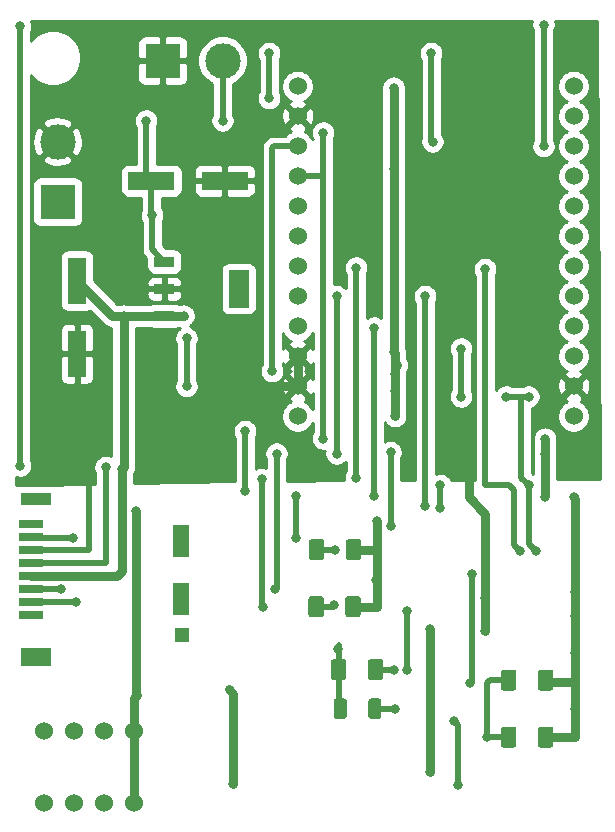
<source format=gbr>
%TF.GenerationSoftware,KiCad,Pcbnew,(5.1.12)-1*%
%TF.CreationDate,2021-12-15T12:49:01+01:00*%
%TF.ProjectId,HorseFOT_thomas_v1,486f7273-6546-44f5-945f-74686f6d6173,rev?*%
%TF.SameCoordinates,Original*%
%TF.FileFunction,Copper,L1,Top*%
%TF.FilePolarity,Positive*%
%FSLAX46Y46*%
G04 Gerber Fmt 4.6, Leading zero omitted, Abs format (unit mm)*
G04 Created by KiCad (PCBNEW (5.1.12)-1) date 2021-12-15 12:49:01*
%MOMM*%
%LPD*%
G01*
G04 APERTURE LIST*
%TA.AperFunction,SMDPad,CuDef*%
%ADD10R,1.200000X1.200000*%
%TD*%
%TA.AperFunction,SMDPad,CuDef*%
%ADD11R,1.400000X2.700000*%
%TD*%
%TA.AperFunction,SMDPad,CuDef*%
%ADD12R,2.600000X1.500000*%
%TD*%
%TA.AperFunction,SMDPad,CuDef*%
%ADD13R,2.600000X1.000000*%
%TD*%
%TA.AperFunction,SMDPad,CuDef*%
%ADD14R,2.000000X0.700000*%
%TD*%
%TA.AperFunction,SMDPad,CuDef*%
%ADD15R,1.750000X3.200000*%
%TD*%
%TA.AperFunction,SMDPad,CuDef*%
%ADD16R,1.750000X0.950000*%
%TD*%
%TA.AperFunction,ComponentPad*%
%ADD17C,1.524000*%
%TD*%
%TA.AperFunction,ComponentPad*%
%ADD18C,3.000000*%
%TD*%
%TA.AperFunction,ComponentPad*%
%ADD19R,3.000000X3.000000*%
%TD*%
%TA.AperFunction,SMDPad,CuDef*%
%ADD20R,1.600000X4.000000*%
%TD*%
%TA.AperFunction,SMDPad,CuDef*%
%ADD21R,4.000000X1.600000*%
%TD*%
%TA.AperFunction,ViaPad*%
%ADD22C,0.800000*%
%TD*%
%TA.AperFunction,Conductor*%
%ADD23C,0.800000*%
%TD*%
%TA.AperFunction,Conductor*%
%ADD24C,0.500000*%
%TD*%
%TA.AperFunction,Conductor*%
%ADD25C,0.254000*%
%TD*%
%TA.AperFunction,Conductor*%
%ADD26C,0.100000*%
%TD*%
G04 APERTURE END LIST*
D10*
%TO.P,J2,MP5*%
%TO.N,Net-(J2-PadMP5)*%
X148309000Y-93931000D03*
D11*
%TO.P,J2,MP4*%
%TO.N,Net-(J2-PadMP4)*%
X148209000Y-90881000D03*
%TO.P,J2,MP3*%
%TO.N,Net-(J2-PadMP3)*%
X148209000Y-85981000D03*
D12*
%TO.P,J2,MP2*%
%TO.N,Net-(J2-PadMP2)*%
X136009000Y-95831000D03*
D13*
%TO.P,J2,MP1*%
%TO.N,Net-(J2-PadMP1)*%
X136009000Y-82481000D03*
D14*
%TO.P,J2,8*%
%TO.N,Net-(J2-Pad8)*%
X135509000Y-84581000D03*
%TO.P,J2,7*%
%TO.N,SD_MISO*%
X135509000Y-85681000D03*
%TO.P,J2,6*%
%TO.N,GND*%
X135509000Y-86781000D03*
%TO.P,J2,5*%
%TO.N,SD_CLK*%
X135509000Y-87881000D03*
%TO.P,J2,4*%
%TO.N,5V*%
X135509000Y-88981000D03*
%TO.P,J2,3*%
%TO.N,SD_MOSI*%
X135509000Y-90081000D03*
%TO.P,J2,2*%
%TO.N,SD_CS*%
X135509000Y-91181000D03*
%TO.P,J2,1*%
%TO.N,Net-(J2-Pad1)*%
X135509000Y-92281000D03*
%TD*%
D15*
%TO.P,U2,4*%
%TO.N,N/C*%
X153137000Y-64643000D03*
D16*
%TO.P,U2,3*%
%TO.N,5V*%
X146837000Y-66943000D03*
%TO.P,U2,2*%
%TO.N,GND*%
X146837000Y-64643000D03*
%TO.P,U2,1*%
%TO.N,Net-(C5-Pad1)*%
X146837000Y-62343000D03*
%TD*%
D17*
%TO.P,ESP32-TTGO_vT1,25*%
%TO.N,SPI_SENS_D1*%
X181483000Y-65278000D03*
%TO.P,ESP32-TTGO_vT1,43*%
%TO.N,N/C*%
X158115000Y-47498000D03*
%TO.P,ESP32-TTGO_vT1,0*%
%TO.N,GND*%
X158115000Y-50038000D03*
%TO.P,ESP32-TTGO_vT1,21*%
%TO.N,I2C_SENS_D*%
X158115000Y-52578000D03*
%TO.P,ESP32-TTGO_vT1,22*%
%TO.N,I2C_SENS_CLK*%
X158115000Y-55118000D03*
%TO.P,ESP32-TTGO_vT1,17*%
%TO.N,Net-(ESP32-TTGO_vT1-Pad17)*%
X158115000Y-57658000D03*
%TO.P,ESP32-TTGO_vT1,2*%
%TO.N,PWM_MOTOR_OUT*%
X158115000Y-60198000D03*
%TO.P,ESP32-TTGO_vT1,15*%
%TO.N,SD_CS*%
X158115000Y-62738000D03*
%TO.P,ESP32-TTGO_vT1,13*%
%TO.N,SD_MOSI*%
X158115000Y-65278000D03*
%TO.P,ESP32-TTGO_vT1,12*%
%TO.N,SD_MISO*%
X158115000Y-67818000D03*
%TO.P,ESP32-TTGO_vT1,0*%
%TO.N,GND*%
X158115000Y-70358000D03*
X158115000Y-72898000D03*
%TO.P,ESP32-TTGO_vT1,50*%
%TO.N,3.3V*%
X158115000Y-75438000D03*
X181483000Y-47498000D03*
%TO.P,ESP32-TTGO_vT1,36*%
%TO.N,Net-(ESP32-TTGO_vT1-Pad36)*%
X181483000Y-50038000D03*
%TO.P,ESP32-TTGO_vT1,37*%
%TO.N,SD_CLK*%
X181483000Y-52578000D03*
%TO.P,ESP32-TTGO_vT1,38*%
%TO.N,Net-(ESP32-TTGO_vT1-Pad38)*%
X181483000Y-55118000D03*
%TO.P,ESP32-TTGO_vT1,39*%
%TO.N,Net-(ESP32-TTGO_vT1-Pad39)*%
X181483000Y-57658000D03*
%TO.P,ESP32-TTGO_vT1,32*%
%TO.N,BATTERY_LVL*%
X181483000Y-60198000D03*
%TO.P,ESP32-TTGO_vT1,33*%
%TO.N,SPI_SENS_D2*%
X181483000Y-62738000D03*
%TO.P,ESP32-TTGO_vT1,26*%
%TO.N,SPI_ESP32_CS*%
X181483000Y-67818000D03*
%TO.P,ESP32-TTGO_vT1,27*%
%TO.N,SPI_ESP32_CLK*%
X181483000Y-70358000D03*
%TO.P,ESP32-TTGO_vT1,0*%
%TO.N,GND*%
X181483000Y-72898000D03*
%TO.P,ESP32-TTGO_vT1,100*%
%TO.N,5V*%
X181483000Y-75438000D03*
%TD*%
%TO.P,R7,2*%
%TO.N,Net-(P2-Pad2)*%
%TA.AperFunction,SMDPad,CuDef*%
G36*
G01*
X164095000Y-100828002D02*
X164095000Y-99577998D01*
G75*
G02*
X164344998Y-99328000I249998J0D01*
G01*
X164970002Y-99328000D01*
G75*
G02*
X165220000Y-99577998I0J-249998D01*
G01*
X165220000Y-100828002D01*
G75*
G02*
X164970002Y-101078000I-249998J0D01*
G01*
X164344998Y-101078000D01*
G75*
G02*
X164095000Y-100828002I0J249998D01*
G01*
G37*
%TD.AperFunction*%
%TO.P,R7,1*%
%TO.N,Net-(C13-Pad1)*%
%TA.AperFunction,SMDPad,CuDef*%
G36*
G01*
X161170000Y-100828002D02*
X161170000Y-99577998D01*
G75*
G02*
X161419998Y-99328000I249998J0D01*
G01*
X162045002Y-99328000D01*
G75*
G02*
X162295000Y-99577998I0J-249998D01*
G01*
X162295000Y-100828002D01*
G75*
G02*
X162045002Y-101078000I-249998J0D01*
G01*
X161419998Y-101078000D01*
G75*
G02*
X161170000Y-100828002I0J249998D01*
G01*
G37*
%TD.AperFunction*%
%TD*%
%TO.P,P2,4*%
%TO.N,5V*%
X144272000Y-102108000D03*
%TO.P,P2,2*%
%TO.N,Net-(P2-Pad2)*%
X139192000Y-102108000D03*
%TO.P,P2,3*%
%TO.N,GND*%
X141732000Y-102108000D03*
%TO.P,P2,1*%
%TO.N,Net-(P2-Pad1)*%
X136652000Y-102108000D03*
%TD*%
%TO.P,P1,4*%
%TO.N,5V*%
X144272000Y-108204000D03*
%TO.P,P1,2*%
%TO.N,Net-(P1-Pad2)*%
X139192000Y-108204000D03*
%TO.P,P1,3*%
%TO.N,GND*%
X141732000Y-108204000D03*
%TO.P,P1,1*%
%TO.N,Net-(P1-Pad1)*%
X136652000Y-108204000D03*
%TD*%
D18*
%TO.P,J5,2*%
%TO.N,Net-(D1-Pad2)*%
X151765000Y-45339000D03*
D19*
%TO.P,J5,1*%
%TO.N,GND*%
X146685000Y-45339000D03*
%TD*%
D18*
%TO.P,J1,2*%
%TO.N,GND*%
X137795000Y-52197000D03*
D19*
%TO.P,J1,1*%
%TO.N,PWM_MOTOR_OUT*%
X137795000Y-57277000D03*
%TD*%
%TO.P,C22,2*%
%TO.N,GND*%
%TA.AperFunction,SMDPad,CuDef*%
G36*
G01*
X160351500Y-90916998D02*
X160351500Y-92217002D01*
G75*
G02*
X160101502Y-92467000I-249998J0D01*
G01*
X159276498Y-92467000D01*
G75*
G02*
X159026500Y-92217002I0J249998D01*
G01*
X159026500Y-90916998D01*
G75*
G02*
X159276498Y-90667000I249998J0D01*
G01*
X160101502Y-90667000D01*
G75*
G02*
X160351500Y-90916998I0J-249998D01*
G01*
G37*
%TD.AperFunction*%
%TO.P,C22,1*%
%TO.N,5V*%
%TA.AperFunction,SMDPad,CuDef*%
G36*
G01*
X163476500Y-90916998D02*
X163476500Y-92217002D01*
G75*
G02*
X163226502Y-92467000I-249998J0D01*
G01*
X162401498Y-92467000D01*
G75*
G02*
X162151500Y-92217002I0J249998D01*
G01*
X162151500Y-90916998D01*
G75*
G02*
X162401498Y-90667000I249998J0D01*
G01*
X163226502Y-90667000D01*
G75*
G02*
X163476500Y-90916998I0J-249998D01*
G01*
G37*
%TD.AperFunction*%
%TD*%
%TO.P,C19,2*%
%TO.N,GND*%
%TA.AperFunction,SMDPad,CuDef*%
G36*
G01*
X160390000Y-86090998D02*
X160390000Y-87391002D01*
G75*
G02*
X160140002Y-87641000I-249998J0D01*
G01*
X159314998Y-87641000D01*
G75*
G02*
X159065000Y-87391002I0J249998D01*
G01*
X159065000Y-86090998D01*
G75*
G02*
X159314998Y-85841000I249998J0D01*
G01*
X160140002Y-85841000D01*
G75*
G02*
X160390000Y-86090998I0J-249998D01*
G01*
G37*
%TD.AperFunction*%
%TO.P,C19,1*%
%TO.N,5V*%
%TA.AperFunction,SMDPad,CuDef*%
G36*
G01*
X163515000Y-86090998D02*
X163515000Y-87391002D01*
G75*
G02*
X163265002Y-87641000I-249998J0D01*
G01*
X162439998Y-87641000D01*
G75*
G02*
X162190000Y-87391002I0J249998D01*
G01*
X162190000Y-86090998D01*
G75*
G02*
X162439998Y-85841000I249998J0D01*
G01*
X163265002Y-85841000D01*
G75*
G02*
X163515000Y-86090998I0J-249998D01*
G01*
G37*
%TD.AperFunction*%
%TD*%
%TO.P,C18,2*%
%TO.N,GND*%
%TA.AperFunction,SMDPad,CuDef*%
G36*
G01*
X176646000Y-97139998D02*
X176646000Y-98440002D01*
G75*
G02*
X176396002Y-98690000I-249998J0D01*
G01*
X175570998Y-98690000D01*
G75*
G02*
X175321000Y-98440002I0J249998D01*
G01*
X175321000Y-97139998D01*
G75*
G02*
X175570998Y-96890000I249998J0D01*
G01*
X176396002Y-96890000D01*
G75*
G02*
X176646000Y-97139998I0J-249998D01*
G01*
G37*
%TD.AperFunction*%
%TO.P,C18,1*%
%TO.N,5V*%
%TA.AperFunction,SMDPad,CuDef*%
G36*
G01*
X179771000Y-97139998D02*
X179771000Y-98440002D01*
G75*
G02*
X179521002Y-98690000I-249998J0D01*
G01*
X178695998Y-98690000D01*
G75*
G02*
X178446000Y-98440002I0J249998D01*
G01*
X178446000Y-97139998D01*
G75*
G02*
X178695998Y-96890000I249998J0D01*
G01*
X179521002Y-96890000D01*
G75*
G02*
X179771000Y-97139998I0J-249998D01*
G01*
G37*
%TD.AperFunction*%
%TD*%
%TO.P,C17,2*%
%TO.N,GND*%
%TA.AperFunction,SMDPad,CuDef*%
G36*
G01*
X176646000Y-101965998D02*
X176646000Y-103266002D01*
G75*
G02*
X176396002Y-103516000I-249998J0D01*
G01*
X175570998Y-103516000D01*
G75*
G02*
X175321000Y-103266002I0J249998D01*
G01*
X175321000Y-101965998D01*
G75*
G02*
X175570998Y-101716000I249998J0D01*
G01*
X176396002Y-101716000D01*
G75*
G02*
X176646000Y-101965998I0J-249998D01*
G01*
G37*
%TD.AperFunction*%
%TO.P,C17,1*%
%TO.N,5V*%
%TA.AperFunction,SMDPad,CuDef*%
G36*
G01*
X179771000Y-101965998D02*
X179771000Y-103266002D01*
G75*
G02*
X179521002Y-103516000I-249998J0D01*
G01*
X178695998Y-103516000D01*
G75*
G02*
X178446000Y-103266002I0J249998D01*
G01*
X178446000Y-101965998D01*
G75*
G02*
X178695998Y-101716000I249998J0D01*
G01*
X179521002Y-101716000D01*
G75*
G02*
X179771000Y-101965998I0J-249998D01*
G01*
G37*
%TD.AperFunction*%
%TD*%
%TO.P,C13,2*%
%TO.N,GND*%
%TA.AperFunction,SMDPad,CuDef*%
G36*
G01*
X164056500Y-97551002D02*
X164056500Y-96250998D01*
G75*
G02*
X164306498Y-96001000I249998J0D01*
G01*
X165131502Y-96001000D01*
G75*
G02*
X165381500Y-96250998I0J-249998D01*
G01*
X165381500Y-97551002D01*
G75*
G02*
X165131502Y-97801000I-249998J0D01*
G01*
X164306498Y-97801000D01*
G75*
G02*
X164056500Y-97551002I0J249998D01*
G01*
G37*
%TD.AperFunction*%
%TO.P,C13,1*%
%TO.N,Net-(C13-Pad1)*%
%TA.AperFunction,SMDPad,CuDef*%
G36*
G01*
X160931500Y-97551002D02*
X160931500Y-96250998D01*
G75*
G02*
X161181498Y-96001000I249998J0D01*
G01*
X162006502Y-96001000D01*
G75*
G02*
X162256500Y-96250998I0J-249998D01*
G01*
X162256500Y-97551002D01*
G75*
G02*
X162006502Y-97801000I-249998J0D01*
G01*
X161181498Y-97801000D01*
G75*
G02*
X160931500Y-97551002I0J249998D01*
G01*
G37*
%TD.AperFunction*%
%TD*%
D20*
%TO.P,C8,2*%
%TO.N,GND*%
X139446000Y-70156000D03*
%TO.P,C8,1*%
%TO.N,5V*%
X139446000Y-63956000D03*
%TD*%
D21*
%TO.P,C5,2*%
%TO.N,GND*%
X151944000Y-55499000D03*
%TO.P,C5,1*%
%TO.N,Net-(C5-Pad1)*%
X145744000Y-55499000D03*
%TD*%
D22*
%TO.N,GND*%
X173990000Y-90805000D03*
X173990000Y-93599000D03*
X166243000Y-96901000D03*
X174117000Y-102616000D03*
X161290000Y-86741000D03*
X161163000Y-91440000D03*
%TO.N,Net-(C5-Pad1)*%
X145288000Y-50419000D03*
X145796000Y-58420000D03*
X155702000Y-48514000D03*
X155702000Y-44704000D03*
X169418000Y-44704000D03*
X169545000Y-52197000D03*
%TO.N,5V*%
X179070000Y-78613000D03*
X179070000Y-77343000D03*
X179070000Y-82296000D03*
X181483000Y-82296000D03*
X181610000Y-95504000D03*
X181610000Y-100203000D03*
X181610000Y-90297000D03*
X181610000Y-92329000D03*
X152654000Y-98933000D03*
X152654000Y-106553000D03*
X164846000Y-84328000D03*
X164719000Y-89281000D03*
X169291000Y-105537000D03*
X169291000Y-93472000D03*
X148463000Y-66929000D03*
X143383000Y-66929000D03*
X143256000Y-79883000D03*
X144526000Y-99060000D03*
X144399000Y-83439000D03*
%TO.N,Net-(C11-Pad2)*%
X148717000Y-68834000D03*
X148717000Y-72898000D03*
%TO.N,Net-(C12-Pad1)*%
X171704000Y-106680000D03*
X171323000Y-101219000D03*
%TO.N,Net-(C13-Pad1)*%
X161544000Y-95123000D03*
%TO.N,I2C_SENS_D*%
X155956000Y-71628000D03*
%TO.N,I2C_SENS_CLK*%
X153670000Y-81788000D03*
X153670000Y-76708000D03*
X160274000Y-77343000D03*
X160274000Y-51435000D03*
%TO.N,SPI_SENS_CLK*%
X177673000Y-73787000D03*
X175768000Y-73787000D03*
X177673000Y-81280000D03*
X178308000Y-86868000D03*
X170180000Y-83185000D03*
X170180000Y-81280000D03*
%TO.N,SPI_SENS_CS*%
X165989000Y-84709000D03*
X165989000Y-78486000D03*
%TO.N,3.3V*%
X166370000Y-73279000D03*
X166243000Y-69977000D03*
X166370000Y-75438000D03*
X166370000Y-71882000D03*
X166243000Y-47625000D03*
X166243000Y-54483000D03*
%TO.N,SPI_ESP32_CS*%
X171958000Y-69723000D03*
X171958000Y-73787000D03*
%TO.N,SPI_SENS_D2*%
X176911000Y-86868000D03*
X173990000Y-62992000D03*
%TO.N,Net-(U3-Pad2)*%
X172847000Y-88773000D03*
X172720000Y-98044000D03*
%TO.N,SPI_SENS_D1*%
X168910000Y-83058000D03*
X168910000Y-65278000D03*
%TO.N,Net-(U4-Pad2)*%
X167386000Y-91948000D03*
X167386000Y-96901000D03*
%TO.N,Net-(P2-Pad2)*%
X166370000Y-100203000D03*
%TO.N,Net-(D1-Pad2)*%
X151765000Y-50419000D03*
%TO.N,SD_CS*%
X163068000Y-62865000D03*
X163068000Y-80645000D03*
X155067000Y-80772000D03*
X155194000Y-91567000D03*
X139319000Y-91186000D03*
%TO.N,SD_MOSI*%
X161417000Y-65278000D03*
X161417000Y-78613000D03*
X156337000Y-78613000D03*
X156210000Y-90043000D03*
X138049000Y-90043000D03*
%TO.N,SD_MISO*%
X164592000Y-67945000D03*
X164592000Y-82169000D03*
X157988000Y-82169000D03*
X157988000Y-85725000D03*
X139065000Y-85725000D03*
%TO.N,SD_CLK*%
X178943000Y-52578000D03*
X178943000Y-42291000D03*
X134620000Y-42418000D03*
X134620000Y-79629000D03*
X141859000Y-79756000D03*
%TD*%
D23*
%TO.N,GND*%
X173990000Y-90805000D02*
X173990000Y-93599000D01*
D24*
X164719000Y-96901000D02*
X166243000Y-96901000D01*
X175983500Y-97790000D02*
X174371000Y-97790000D01*
X174371000Y-97790000D02*
X174117000Y-98044000D01*
X174117000Y-98044000D02*
X174117000Y-102616000D01*
X174117000Y-102616000D02*
X175983500Y-102616000D01*
D23*
X158115000Y-70358000D02*
X158115000Y-72898000D01*
X158115000Y-72898000D02*
X155448000Y-72898000D01*
X173990000Y-90805000D02*
X173990000Y-86233000D01*
D24*
X159727500Y-86741000D02*
X161290000Y-86741000D01*
X161036000Y-91567000D02*
X161163000Y-91440000D01*
X159689000Y-91567000D02*
X161036000Y-91567000D01*
D23*
X173990000Y-86233000D02*
X173990000Y-83693000D01*
X173990000Y-83693000D02*
X172593000Y-82296000D01*
X172593000Y-82296000D02*
X172593000Y-79883000D01*
D24*
X135509000Y-86781000D02*
X140422000Y-86781000D01*
X140422000Y-86781000D02*
X140462000Y-86741000D01*
X140462000Y-86741000D02*
X140462000Y-80518000D01*
%TO.N,Net-(C5-Pad1)*%
X145288000Y-55043000D02*
X145744000Y-55499000D01*
X145288000Y-50419000D02*
X145288000Y-55043000D01*
X145744000Y-58368000D02*
X145796000Y-58420000D01*
X145744000Y-55499000D02*
X145744000Y-58368000D01*
X145796000Y-61302000D02*
X146837000Y-62343000D01*
X145796000Y-58420000D02*
X145796000Y-61302000D01*
X155702000Y-48514000D02*
X155702000Y-44704000D01*
X169418000Y-52070000D02*
X169545000Y-52197000D01*
X169418000Y-44704000D02*
X169418000Y-52070000D01*
D23*
%TO.N,5V*%
X179070000Y-78613000D02*
X179070000Y-77343000D01*
X179070000Y-78613000D02*
X179070000Y-82169000D01*
X181610000Y-102616000D02*
X179108500Y-102616000D01*
X179235500Y-97917000D02*
X179108500Y-97790000D01*
X181610000Y-97917000D02*
X179235500Y-97917000D01*
X181610000Y-100203000D02*
X181610000Y-102616000D01*
X181610000Y-97917000D02*
X181610000Y-100203000D01*
X181610000Y-82804000D02*
X181610000Y-90297000D01*
X181610000Y-92329000D02*
X181610000Y-97917000D01*
X181610000Y-90297000D02*
X181610000Y-92329000D01*
X181610000Y-82423000D02*
X181483000Y-82296000D01*
X181610000Y-82804000D02*
X181610000Y-82423000D01*
X152654000Y-98933000D02*
X152654000Y-101981000D01*
X152654000Y-101981000D02*
X152654000Y-106553000D01*
X162814000Y-91567000D02*
X164846000Y-91567000D01*
X164846000Y-89408000D02*
X164719000Y-89281000D01*
X164846000Y-89408000D02*
X164846000Y-91567000D01*
X169291000Y-105537000D02*
X169291000Y-95250000D01*
X169291000Y-95250000D02*
X169291000Y-93472000D01*
X164719000Y-86741000D02*
X164846000Y-86614000D01*
X162852500Y-86741000D02*
X164719000Y-86741000D01*
X164846000Y-86614000D02*
X164846000Y-89408000D01*
X164846000Y-84328000D02*
X164846000Y-86614000D01*
X148449000Y-66943000D02*
X148463000Y-66929000D01*
X146837000Y-66943000D02*
X148449000Y-66943000D01*
X142433000Y-66943000D02*
X139446000Y-63956000D01*
X143397000Y-66943000D02*
X143383000Y-66929000D01*
X146837000Y-66943000D02*
X143397000Y-66943000D01*
X143397000Y-66943000D02*
X142433000Y-66943000D01*
X143383000Y-79756000D02*
X143256000Y-79883000D01*
X143383000Y-66929000D02*
X143383000Y-79756000D01*
X144272000Y-108204000D02*
X144272000Y-102108000D01*
X144272000Y-99314000D02*
X144526000Y-99060000D01*
X144272000Y-102108000D02*
X144272000Y-99314000D01*
X135509000Y-88981000D02*
X142794000Y-88981000D01*
X143256000Y-88519000D02*
X143256000Y-79883000D01*
X142794000Y-88981000D02*
X143256000Y-88519000D01*
X152273000Y-98552000D02*
X152654000Y-98933000D01*
X144399000Y-98933000D02*
X144526000Y-99060000D01*
X144399000Y-83439000D02*
X144399000Y-98933000D01*
D24*
%TO.N,Net-(C11-Pad2)*%
X148717000Y-68834000D02*
X148717000Y-72898000D01*
%TO.N,Net-(C12-Pad1)*%
X171704000Y-101600000D02*
X171323000Y-101219000D01*
X171704000Y-106680000D02*
X171704000Y-101600000D01*
%TO.N,Net-(C13-Pad1)*%
X161594000Y-100064500D02*
X161732500Y-100203000D01*
X161594000Y-96901000D02*
X161594000Y-98629000D01*
X161594000Y-98629000D02*
X161594000Y-100064500D01*
X161594000Y-96901000D02*
X161594000Y-94792000D01*
%TO.N,I2C_SENS_D*%
X155956000Y-71628000D02*
X155956000Y-52705000D01*
X156083000Y-52578000D02*
X158115000Y-52578000D01*
X155956000Y-52705000D02*
X156083000Y-52578000D01*
%TO.N,I2C_SENS_CLK*%
X153670000Y-81788000D02*
X153670000Y-77343000D01*
X160274000Y-77343000D02*
X160274000Y-55118000D01*
X160274000Y-55118000D02*
X158115000Y-55118000D01*
X153670000Y-76708000D02*
X153670000Y-77343000D01*
X160274000Y-55118000D02*
X160274000Y-51435000D01*
%TO.N,SPI_SENS_CLK*%
X170180000Y-83185000D02*
X170180000Y-81280000D01*
X177038000Y-80645000D02*
X177673000Y-81280000D01*
X177038000Y-73787000D02*
X177038000Y-80645000D01*
X177673000Y-73787000D02*
X177038000Y-73787000D01*
X177038000Y-73787000D02*
X175768000Y-73787000D01*
X177673000Y-86233000D02*
X178308000Y-86868000D01*
X177673000Y-81280000D02*
X177673000Y-86233000D01*
%TO.N,SPI_SENS_CS*%
X165989000Y-84709000D02*
X165989000Y-78486000D01*
D23*
%TO.N,3.3V*%
X166370000Y-70104000D02*
X166243000Y-69977000D01*
X166370000Y-73279000D02*
X166370000Y-75438000D01*
X166497000Y-71120000D02*
X166370000Y-71247000D01*
X166370000Y-71247000D02*
X166370000Y-70104000D01*
X166370000Y-71882000D02*
X166370000Y-71247000D01*
X166370000Y-73279000D02*
X166370000Y-71882000D01*
X166243000Y-54483000D02*
X166243000Y-47625000D01*
X166243000Y-69977000D02*
X166243000Y-54483000D01*
D24*
%TO.N,SPI_ESP32_CS*%
X171958000Y-69723000D02*
X171958000Y-73787000D01*
%TO.N,SPI_SENS_D2*%
X176911000Y-86868000D02*
X176403000Y-86360000D01*
X176403000Y-86360000D02*
X176403000Y-81661000D01*
X176403000Y-81661000D02*
X176022000Y-81280000D01*
X176022000Y-81280000D02*
X173990000Y-81280000D01*
X173990000Y-81280000D02*
X173990000Y-62992000D01*
%TO.N,Net-(U3-Pad2)*%
X172847000Y-97917000D02*
X172720000Y-98044000D01*
X172847000Y-88773000D02*
X172847000Y-97917000D01*
%TO.N,SPI_SENS_D1*%
X168910000Y-83058000D02*
X168910000Y-65278000D01*
%TO.N,Net-(U4-Pad2)*%
X167386000Y-91948000D02*
X167386000Y-96901000D01*
%TO.N,Net-(P2-Pad2)*%
X166370000Y-100203000D02*
X164657500Y-100203000D01*
%TO.N,Net-(D1-Pad2)*%
X151765000Y-45339000D02*
X151765000Y-50419000D01*
%TO.N,SD_CS*%
X163068000Y-62865000D02*
X163068000Y-80645000D01*
X155067000Y-91440000D02*
X155194000Y-91567000D01*
X155067000Y-80772000D02*
X155067000Y-91440000D01*
X135514000Y-91186000D02*
X135509000Y-91181000D01*
X139319000Y-91186000D02*
X135514000Y-91186000D01*
%TO.N,SD_MOSI*%
X161417000Y-65278000D02*
X161417000Y-78613000D01*
X156337000Y-89916000D02*
X156210000Y-90043000D01*
X156337000Y-78613000D02*
X156337000Y-89916000D01*
X135547000Y-90043000D02*
X135509000Y-90081000D01*
X138049000Y-90043000D02*
X135547000Y-90043000D01*
%TO.N,SD_MISO*%
X164592000Y-67945000D02*
X164592000Y-82169000D01*
X157988000Y-82169000D02*
X157988000Y-85471000D01*
X139065000Y-85725000D02*
X135719000Y-85725000D01*
%TO.N,SD_CLK*%
X178943000Y-52578000D02*
X178943000Y-42291000D01*
X134620000Y-42418000D02*
X134620000Y-79629000D01*
X141859000Y-79756000D02*
X141859000Y-87884000D01*
X141856000Y-87881000D02*
X135509000Y-87881000D01*
X141859000Y-87884000D02*
X141856000Y-87881000D01*
%TD*%
D25*
%TO.N,GND*%
X177947774Y-41989102D02*
X177908000Y-42189061D01*
X177908000Y-42392939D01*
X177947774Y-42592898D01*
X178025795Y-42781256D01*
X178058001Y-42829456D01*
X178058000Y-52039546D01*
X178025795Y-52087744D01*
X177947774Y-52276102D01*
X177908000Y-52476061D01*
X177908000Y-52679939D01*
X177947774Y-52879898D01*
X178025795Y-53068256D01*
X178139063Y-53237774D01*
X178283226Y-53381937D01*
X178452744Y-53495205D01*
X178641102Y-53573226D01*
X178841061Y-53613000D01*
X179044939Y-53613000D01*
X179244898Y-53573226D01*
X179433256Y-53495205D01*
X179602774Y-53381937D01*
X179746937Y-53237774D01*
X179860205Y-53068256D01*
X179938226Y-52879898D01*
X179978000Y-52679939D01*
X179978000Y-52476061D01*
X179938226Y-52276102D01*
X179860205Y-52087744D01*
X179828000Y-52039546D01*
X179828000Y-47360408D01*
X180086000Y-47360408D01*
X180086000Y-47635592D01*
X180139686Y-47905490D01*
X180244995Y-48159727D01*
X180397880Y-48388535D01*
X180592465Y-48583120D01*
X180821273Y-48736005D01*
X180898515Y-48768000D01*
X180821273Y-48799995D01*
X180592465Y-48952880D01*
X180397880Y-49147465D01*
X180244995Y-49376273D01*
X180139686Y-49630510D01*
X180086000Y-49900408D01*
X180086000Y-50175592D01*
X180139686Y-50445490D01*
X180244995Y-50699727D01*
X180397880Y-50928535D01*
X180592465Y-51123120D01*
X180821273Y-51276005D01*
X180898515Y-51308000D01*
X180821273Y-51339995D01*
X180592465Y-51492880D01*
X180397880Y-51687465D01*
X180244995Y-51916273D01*
X180139686Y-52170510D01*
X180086000Y-52440408D01*
X180086000Y-52715592D01*
X180139686Y-52985490D01*
X180244995Y-53239727D01*
X180397880Y-53468535D01*
X180592465Y-53663120D01*
X180821273Y-53816005D01*
X180898515Y-53848000D01*
X180821273Y-53879995D01*
X180592465Y-54032880D01*
X180397880Y-54227465D01*
X180244995Y-54456273D01*
X180139686Y-54710510D01*
X180086000Y-54980408D01*
X180086000Y-55255592D01*
X180139686Y-55525490D01*
X180244995Y-55779727D01*
X180397880Y-56008535D01*
X180592465Y-56203120D01*
X180821273Y-56356005D01*
X180898515Y-56388000D01*
X180821273Y-56419995D01*
X180592465Y-56572880D01*
X180397880Y-56767465D01*
X180244995Y-56996273D01*
X180139686Y-57250510D01*
X180086000Y-57520408D01*
X180086000Y-57795592D01*
X180139686Y-58065490D01*
X180244995Y-58319727D01*
X180397880Y-58548535D01*
X180592465Y-58743120D01*
X180821273Y-58896005D01*
X180898515Y-58928000D01*
X180821273Y-58959995D01*
X180592465Y-59112880D01*
X180397880Y-59307465D01*
X180244995Y-59536273D01*
X180139686Y-59790510D01*
X180086000Y-60060408D01*
X180086000Y-60335592D01*
X180139686Y-60605490D01*
X180244995Y-60859727D01*
X180397880Y-61088535D01*
X180592465Y-61283120D01*
X180821273Y-61436005D01*
X180898515Y-61468000D01*
X180821273Y-61499995D01*
X180592465Y-61652880D01*
X180397880Y-61847465D01*
X180244995Y-62076273D01*
X180139686Y-62330510D01*
X180086000Y-62600408D01*
X180086000Y-62875592D01*
X180139686Y-63145490D01*
X180244995Y-63399727D01*
X180397880Y-63628535D01*
X180592465Y-63823120D01*
X180821273Y-63976005D01*
X180898515Y-64008000D01*
X180821273Y-64039995D01*
X180592465Y-64192880D01*
X180397880Y-64387465D01*
X180244995Y-64616273D01*
X180139686Y-64870510D01*
X180086000Y-65140408D01*
X180086000Y-65415592D01*
X180139686Y-65685490D01*
X180244995Y-65939727D01*
X180397880Y-66168535D01*
X180592465Y-66363120D01*
X180821273Y-66516005D01*
X180898515Y-66548000D01*
X180821273Y-66579995D01*
X180592465Y-66732880D01*
X180397880Y-66927465D01*
X180244995Y-67156273D01*
X180139686Y-67410510D01*
X180086000Y-67680408D01*
X180086000Y-67955592D01*
X180139686Y-68225490D01*
X180244995Y-68479727D01*
X180397880Y-68708535D01*
X180592465Y-68903120D01*
X180821273Y-69056005D01*
X180898515Y-69088000D01*
X180821273Y-69119995D01*
X180592465Y-69272880D01*
X180397880Y-69467465D01*
X180244995Y-69696273D01*
X180139686Y-69950510D01*
X180086000Y-70220408D01*
X180086000Y-70495592D01*
X180139686Y-70765490D01*
X180244995Y-71019727D01*
X180397880Y-71248535D01*
X180592465Y-71443120D01*
X180821273Y-71596005D01*
X180892943Y-71625692D01*
X180879977Y-71630364D01*
X180764020Y-71692344D01*
X180697040Y-71932435D01*
X181483000Y-72718395D01*
X182268960Y-71932435D01*
X182201980Y-71692344D01*
X182066240Y-71628515D01*
X182144727Y-71596005D01*
X182373535Y-71443120D01*
X182568120Y-71248535D01*
X182721005Y-71019727D01*
X182826314Y-70765490D01*
X182880000Y-70495592D01*
X182880000Y-70220408D01*
X182826314Y-69950510D01*
X182721005Y-69696273D01*
X182568120Y-69467465D01*
X182373535Y-69272880D01*
X182144727Y-69119995D01*
X182067485Y-69088000D01*
X182144727Y-69056005D01*
X182373535Y-68903120D01*
X182568120Y-68708535D01*
X182721005Y-68479727D01*
X182826314Y-68225490D01*
X182880000Y-67955592D01*
X182880000Y-67680408D01*
X182826314Y-67410510D01*
X182721005Y-67156273D01*
X182568120Y-66927465D01*
X182373535Y-66732880D01*
X182144727Y-66579995D01*
X182067485Y-66548000D01*
X182144727Y-66516005D01*
X182373535Y-66363120D01*
X182568120Y-66168535D01*
X182721005Y-65939727D01*
X182826314Y-65685490D01*
X182880000Y-65415592D01*
X182880000Y-65140408D01*
X182826314Y-64870510D01*
X182721005Y-64616273D01*
X182568120Y-64387465D01*
X182373535Y-64192880D01*
X182144727Y-64039995D01*
X182067485Y-64008000D01*
X182144727Y-63976005D01*
X182373535Y-63823120D01*
X182568120Y-63628535D01*
X182721005Y-63399727D01*
X182826314Y-63145490D01*
X182880000Y-62875592D01*
X182880000Y-62600408D01*
X182826314Y-62330510D01*
X182721005Y-62076273D01*
X182568120Y-61847465D01*
X182373535Y-61652880D01*
X182144727Y-61499995D01*
X182067485Y-61468000D01*
X182144727Y-61436005D01*
X182373535Y-61283120D01*
X182568120Y-61088535D01*
X182721005Y-60859727D01*
X182826314Y-60605490D01*
X182880000Y-60335592D01*
X182880000Y-60060408D01*
X182826314Y-59790510D01*
X182721005Y-59536273D01*
X182568120Y-59307465D01*
X182373535Y-59112880D01*
X182144727Y-58959995D01*
X182067485Y-58928000D01*
X182144727Y-58896005D01*
X182373535Y-58743120D01*
X182568120Y-58548535D01*
X182721005Y-58319727D01*
X182826314Y-58065490D01*
X182880000Y-57795592D01*
X182880000Y-57520408D01*
X182826314Y-57250510D01*
X182721005Y-56996273D01*
X182568120Y-56767465D01*
X182373535Y-56572880D01*
X182144727Y-56419995D01*
X182067485Y-56388000D01*
X182144727Y-56356005D01*
X182373535Y-56203120D01*
X182568120Y-56008535D01*
X182721005Y-55779727D01*
X182826314Y-55525490D01*
X182880000Y-55255592D01*
X182880000Y-54980408D01*
X182826314Y-54710510D01*
X182721005Y-54456273D01*
X182568120Y-54227465D01*
X182373535Y-54032880D01*
X182144727Y-53879995D01*
X182067485Y-53848000D01*
X182144727Y-53816005D01*
X182373535Y-53663120D01*
X182568120Y-53468535D01*
X182721005Y-53239727D01*
X182826314Y-52985490D01*
X182880000Y-52715592D01*
X182880000Y-52440408D01*
X182826314Y-52170510D01*
X182721005Y-51916273D01*
X182568120Y-51687465D01*
X182373535Y-51492880D01*
X182144727Y-51339995D01*
X182067485Y-51308000D01*
X182144727Y-51276005D01*
X182373535Y-51123120D01*
X182568120Y-50928535D01*
X182721005Y-50699727D01*
X182826314Y-50445490D01*
X182880000Y-50175592D01*
X182880000Y-49900408D01*
X182826314Y-49630510D01*
X182721005Y-49376273D01*
X182568120Y-49147465D01*
X182373535Y-48952880D01*
X182144727Y-48799995D01*
X182067485Y-48768000D01*
X182144727Y-48736005D01*
X182373535Y-48583120D01*
X182568120Y-48388535D01*
X182721005Y-48159727D01*
X182826314Y-47905490D01*
X182880000Y-47635592D01*
X182880000Y-47360408D01*
X182826314Y-47090510D01*
X182721005Y-46836273D01*
X182568120Y-46607465D01*
X182373535Y-46412880D01*
X182144727Y-46259995D01*
X181890490Y-46154686D01*
X181620592Y-46101000D01*
X181345408Y-46101000D01*
X181075510Y-46154686D01*
X180821273Y-46259995D01*
X180592465Y-46412880D01*
X180397880Y-46607465D01*
X180244995Y-46836273D01*
X180139686Y-47090510D01*
X180086000Y-47360408D01*
X179828000Y-47360408D01*
X179828000Y-42829454D01*
X179860205Y-42781256D01*
X179938226Y-42592898D01*
X179978000Y-42392939D01*
X179978000Y-42189061D01*
X179938226Y-41989102D01*
X179926171Y-41960000D01*
X183468700Y-41960000D01*
X183678888Y-80774729D01*
X180105000Y-80791049D01*
X180105000Y-77241061D01*
X180095031Y-77190943D01*
X180090024Y-77140105D01*
X180075196Y-77091223D01*
X180065226Y-77041102D01*
X180045669Y-76993887D01*
X180030841Y-76945007D01*
X180006762Y-76899958D01*
X179987205Y-76852744D01*
X179958814Y-76810254D01*
X179934734Y-76765203D01*
X179902328Y-76725716D01*
X179873937Y-76683226D01*
X179837803Y-76647092D01*
X179805396Y-76607604D01*
X179765908Y-76575197D01*
X179729774Y-76539063D01*
X179687284Y-76510672D01*
X179647797Y-76478266D01*
X179602746Y-76454186D01*
X179560256Y-76425795D01*
X179513042Y-76406238D01*
X179467993Y-76382159D01*
X179419113Y-76367331D01*
X179371898Y-76347774D01*
X179321777Y-76337804D01*
X179272895Y-76322976D01*
X179222057Y-76317969D01*
X179171939Y-76308000D01*
X179120838Y-76308000D01*
X179070000Y-76302993D01*
X179019162Y-76308000D01*
X178968061Y-76308000D01*
X178917942Y-76317969D01*
X178867106Y-76322976D01*
X178818226Y-76337804D01*
X178768102Y-76347774D01*
X178720884Y-76367332D01*
X178672008Y-76382159D01*
X178626962Y-76406237D01*
X178579744Y-76425795D01*
X178537250Y-76454188D01*
X178492204Y-76478266D01*
X178452721Y-76510669D01*
X178410226Y-76539063D01*
X178374087Y-76575202D01*
X178334605Y-76607604D01*
X178302203Y-76647086D01*
X178266063Y-76683226D01*
X178237668Y-76725722D01*
X178205267Y-76765203D01*
X178181191Y-76810247D01*
X178152795Y-76852744D01*
X178133235Y-76899966D01*
X178109160Y-76945007D01*
X178094335Y-76993878D01*
X178074774Y-77041102D01*
X178064803Y-77091232D01*
X178049977Y-77140105D01*
X178044971Y-77190933D01*
X178035000Y-77241061D01*
X178035000Y-77444939D01*
X178035001Y-77444943D01*
X178035000Y-78511060D01*
X178035000Y-80309669D01*
X177974898Y-80284774D01*
X177923000Y-80274451D01*
X177923000Y-75300408D01*
X180086000Y-75300408D01*
X180086000Y-75575592D01*
X180139686Y-75845490D01*
X180244995Y-76099727D01*
X180397880Y-76328535D01*
X180592465Y-76523120D01*
X180821273Y-76676005D01*
X181075510Y-76781314D01*
X181345408Y-76835000D01*
X181620592Y-76835000D01*
X181890490Y-76781314D01*
X182144727Y-76676005D01*
X182373535Y-76523120D01*
X182568120Y-76328535D01*
X182721005Y-76099727D01*
X182826314Y-75845490D01*
X182880000Y-75575592D01*
X182880000Y-75300408D01*
X182826314Y-75030510D01*
X182721005Y-74776273D01*
X182568120Y-74547465D01*
X182373535Y-74352880D01*
X182144727Y-74199995D01*
X182073057Y-74170308D01*
X182086023Y-74165636D01*
X182201980Y-74103656D01*
X182268960Y-73863565D01*
X181483000Y-73077605D01*
X180697040Y-73863565D01*
X180764020Y-74103656D01*
X180899760Y-74167485D01*
X180821273Y-74199995D01*
X180592465Y-74352880D01*
X180397880Y-74547465D01*
X180244995Y-74776273D01*
X180139686Y-75030510D01*
X180086000Y-75300408D01*
X177923000Y-75300408D01*
X177923000Y-74792549D01*
X177974898Y-74782226D01*
X178163256Y-74704205D01*
X178332774Y-74590937D01*
X178476937Y-74446774D01*
X178590205Y-74277256D01*
X178668226Y-74088898D01*
X178708000Y-73888939D01*
X178708000Y-73685061D01*
X178668226Y-73485102D01*
X178590205Y-73296744D01*
X178476937Y-73127226D01*
X178332774Y-72983063D01*
X178313250Y-72970017D01*
X180081090Y-72970017D01*
X180122078Y-73242133D01*
X180215364Y-73501023D01*
X180277344Y-73616980D01*
X180517435Y-73683960D01*
X181303395Y-72898000D01*
X181662605Y-72898000D01*
X182448565Y-73683960D01*
X182688656Y-73616980D01*
X182805756Y-73367952D01*
X182872023Y-73100865D01*
X182884910Y-72825983D01*
X182843922Y-72553867D01*
X182750636Y-72294977D01*
X182688656Y-72179020D01*
X182448565Y-72112040D01*
X181662605Y-72898000D01*
X181303395Y-72898000D01*
X180517435Y-72112040D01*
X180277344Y-72179020D01*
X180160244Y-72428048D01*
X180093977Y-72695135D01*
X180081090Y-72970017D01*
X178313250Y-72970017D01*
X178163256Y-72869795D01*
X177974898Y-72791774D01*
X177774939Y-72752000D01*
X177571061Y-72752000D01*
X177371102Y-72791774D01*
X177182744Y-72869795D01*
X177134546Y-72902000D01*
X177081476Y-72902000D01*
X177038000Y-72897718D01*
X176994523Y-72902000D01*
X176306454Y-72902000D01*
X176258256Y-72869795D01*
X176069898Y-72791774D01*
X175869939Y-72752000D01*
X175666061Y-72752000D01*
X175466102Y-72791774D01*
X175277744Y-72869795D01*
X175108226Y-72983063D01*
X174964063Y-73127226D01*
X174875000Y-73260519D01*
X174875000Y-63530454D01*
X174907205Y-63482256D01*
X174985226Y-63293898D01*
X175025000Y-63093939D01*
X175025000Y-62890061D01*
X174985226Y-62690102D01*
X174907205Y-62501744D01*
X174793937Y-62332226D01*
X174649774Y-62188063D01*
X174480256Y-62074795D01*
X174291898Y-61996774D01*
X174091939Y-61957000D01*
X173888061Y-61957000D01*
X173688102Y-61996774D01*
X173499744Y-62074795D01*
X173330226Y-62188063D01*
X173186063Y-62332226D01*
X173072795Y-62501744D01*
X172994774Y-62690102D01*
X172955000Y-62890061D01*
X172955000Y-63093939D01*
X172994774Y-63293898D01*
X173072795Y-63482256D01*
X173105001Y-63530456D01*
X173105000Y-80823012D01*
X171114750Y-80832100D01*
X171097205Y-80789744D01*
X170983937Y-80620226D01*
X170839774Y-80476063D01*
X170670256Y-80362795D01*
X170481898Y-80284774D01*
X170281939Y-80245000D01*
X170078061Y-80245000D01*
X169878102Y-80284774D01*
X169795000Y-80319196D01*
X169795000Y-69621061D01*
X170923000Y-69621061D01*
X170923000Y-69824939D01*
X170962774Y-70024898D01*
X171040795Y-70213256D01*
X171073000Y-70261455D01*
X171073001Y-73248544D01*
X171040795Y-73296744D01*
X170962774Y-73485102D01*
X170923000Y-73685061D01*
X170923000Y-73888939D01*
X170962774Y-74088898D01*
X171040795Y-74277256D01*
X171154063Y-74446774D01*
X171298226Y-74590937D01*
X171467744Y-74704205D01*
X171656102Y-74782226D01*
X171856061Y-74822000D01*
X172059939Y-74822000D01*
X172259898Y-74782226D01*
X172448256Y-74704205D01*
X172617774Y-74590937D01*
X172761937Y-74446774D01*
X172875205Y-74277256D01*
X172953226Y-74088898D01*
X172993000Y-73888939D01*
X172993000Y-73685061D01*
X172953226Y-73485102D01*
X172875205Y-73296744D01*
X172843000Y-73248546D01*
X172843000Y-70261454D01*
X172875205Y-70213256D01*
X172953226Y-70024898D01*
X172993000Y-69824939D01*
X172993000Y-69621061D01*
X172953226Y-69421102D01*
X172875205Y-69232744D01*
X172761937Y-69063226D01*
X172617774Y-68919063D01*
X172448256Y-68805795D01*
X172259898Y-68727774D01*
X172059939Y-68688000D01*
X171856061Y-68688000D01*
X171656102Y-68727774D01*
X171467744Y-68805795D01*
X171298226Y-68919063D01*
X171154063Y-69063226D01*
X171040795Y-69232744D01*
X170962774Y-69421102D01*
X170923000Y-69621061D01*
X169795000Y-69621061D01*
X169795000Y-65816454D01*
X169827205Y-65768256D01*
X169905226Y-65579898D01*
X169945000Y-65379939D01*
X169945000Y-65176061D01*
X169905226Y-64976102D01*
X169827205Y-64787744D01*
X169713937Y-64618226D01*
X169569774Y-64474063D01*
X169400256Y-64360795D01*
X169211898Y-64282774D01*
X169011939Y-64243000D01*
X168808061Y-64243000D01*
X168608102Y-64282774D01*
X168419744Y-64360795D01*
X168250226Y-64474063D01*
X168106063Y-64618226D01*
X167992795Y-64787744D01*
X167914774Y-64976102D01*
X167875000Y-65176061D01*
X167875000Y-65379939D01*
X167914774Y-65579898D01*
X167992795Y-65768256D01*
X168025001Y-65816456D01*
X168025000Y-80846208D01*
X166874000Y-80851464D01*
X166874000Y-79024454D01*
X166906205Y-78976256D01*
X166984226Y-78787898D01*
X167024000Y-78587939D01*
X167024000Y-78384061D01*
X166984226Y-78184102D01*
X166906205Y-77995744D01*
X166792937Y-77826226D01*
X166648774Y-77682063D01*
X166479256Y-77568795D01*
X166290898Y-77490774D01*
X166090939Y-77451000D01*
X165887061Y-77451000D01*
X165687102Y-77490774D01*
X165498744Y-77568795D01*
X165477000Y-77583324D01*
X165477000Y-75964481D01*
X165481191Y-75970753D01*
X165505267Y-76015797D01*
X165537668Y-76055278D01*
X165566063Y-76097774D01*
X165602203Y-76133914D01*
X165634605Y-76173396D01*
X165674087Y-76205798D01*
X165710226Y-76241937D01*
X165752721Y-76270331D01*
X165792204Y-76302734D01*
X165837250Y-76326812D01*
X165879744Y-76355205D01*
X165926962Y-76374763D01*
X165972008Y-76398841D01*
X166020884Y-76413668D01*
X166068102Y-76433226D01*
X166118226Y-76443196D01*
X166167106Y-76458024D01*
X166217942Y-76463031D01*
X166268061Y-76473000D01*
X166319162Y-76473000D01*
X166370000Y-76478007D01*
X166420838Y-76473000D01*
X166471939Y-76473000D01*
X166522057Y-76463031D01*
X166572895Y-76458024D01*
X166621777Y-76443196D01*
X166671898Y-76433226D01*
X166719113Y-76413669D01*
X166767993Y-76398841D01*
X166813042Y-76374762D01*
X166860256Y-76355205D01*
X166902746Y-76326814D01*
X166947797Y-76302734D01*
X166987284Y-76270328D01*
X167029774Y-76241937D01*
X167065908Y-76205803D01*
X167105396Y-76173396D01*
X167137803Y-76133908D01*
X167173937Y-76097774D01*
X167202328Y-76055284D01*
X167234734Y-76015797D01*
X167258814Y-75970746D01*
X167287205Y-75928256D01*
X167306762Y-75881042D01*
X167330841Y-75835993D01*
X167345669Y-75787113D01*
X167365226Y-75739898D01*
X167375196Y-75689777D01*
X167390024Y-75640895D01*
X167395031Y-75590057D01*
X167405000Y-75539939D01*
X167405000Y-71616851D01*
X167457840Y-71517993D01*
X167517023Y-71322895D01*
X167537006Y-71120001D01*
X167517023Y-70917105D01*
X167457840Y-70722007D01*
X167405000Y-70623149D01*
X167405000Y-70154827D01*
X167410006Y-70103999D01*
X167405000Y-70053171D01*
X167405000Y-70053162D01*
X167390024Y-69901105D01*
X167330841Y-69706007D01*
X167278000Y-69607148D01*
X167278000Y-47523061D01*
X167268031Y-47472943D01*
X167263024Y-47422105D01*
X167248196Y-47373223D01*
X167238226Y-47323102D01*
X167218669Y-47275887D01*
X167203841Y-47227007D01*
X167179762Y-47181958D01*
X167160205Y-47134744D01*
X167131814Y-47092254D01*
X167107734Y-47047203D01*
X167075328Y-47007716D01*
X167046937Y-46965226D01*
X167010803Y-46929092D01*
X166978396Y-46889604D01*
X166938908Y-46857197D01*
X166902774Y-46821063D01*
X166860284Y-46792672D01*
X166820797Y-46760266D01*
X166775746Y-46736186D01*
X166733256Y-46707795D01*
X166686042Y-46688238D01*
X166640993Y-46664159D01*
X166592113Y-46649331D01*
X166544898Y-46629774D01*
X166494777Y-46619804D01*
X166445895Y-46604976D01*
X166395057Y-46599969D01*
X166344939Y-46590000D01*
X166293838Y-46590000D01*
X166243000Y-46584993D01*
X166192162Y-46590000D01*
X166141061Y-46590000D01*
X166090942Y-46599969D01*
X166040106Y-46604976D01*
X165991226Y-46619804D01*
X165941102Y-46629774D01*
X165893884Y-46649332D01*
X165845008Y-46664159D01*
X165799962Y-46688237D01*
X165752744Y-46707795D01*
X165710250Y-46736188D01*
X165665204Y-46760266D01*
X165625721Y-46792669D01*
X165583226Y-46821063D01*
X165547087Y-46857202D01*
X165507605Y-46889604D01*
X165475203Y-46929086D01*
X165439063Y-46965226D01*
X165410668Y-47007722D01*
X165378267Y-47047203D01*
X165354191Y-47092247D01*
X165325795Y-47134744D01*
X165306235Y-47181966D01*
X165282160Y-47227007D01*
X165267335Y-47275878D01*
X165247774Y-47323102D01*
X165237803Y-47373232D01*
X165222977Y-47422105D01*
X165217971Y-47472933D01*
X165208000Y-47523061D01*
X165208000Y-47726939D01*
X165208001Y-47726944D01*
X165208000Y-54381061D01*
X165208000Y-54584939D01*
X165208001Y-54584944D01*
X165208000Y-67111814D01*
X165082256Y-67027795D01*
X164893898Y-66949774D01*
X164693939Y-66910000D01*
X164490061Y-66910000D01*
X164290102Y-66949774D01*
X164101744Y-67027795D01*
X163953000Y-67127182D01*
X163953000Y-63403454D01*
X163985205Y-63355256D01*
X164063226Y-63166898D01*
X164103000Y-62966939D01*
X164103000Y-62763061D01*
X164063226Y-62563102D01*
X163985205Y-62374744D01*
X163871937Y-62205226D01*
X163727774Y-62061063D01*
X163558256Y-61947795D01*
X163369898Y-61869774D01*
X163169939Y-61830000D01*
X162966061Y-61830000D01*
X162766102Y-61869774D01*
X162577744Y-61947795D01*
X162408226Y-62061063D01*
X162264063Y-62205226D01*
X162150795Y-62374744D01*
X162072774Y-62563102D01*
X162033000Y-62763061D01*
X162033000Y-62966939D01*
X162072774Y-63166898D01*
X162150795Y-63355256D01*
X162183000Y-63403454D01*
X162183000Y-64580289D01*
X162076774Y-64474063D01*
X161907256Y-64360795D01*
X161718898Y-64282774D01*
X161518939Y-64243000D01*
X161315061Y-64243000D01*
X161159000Y-64274042D01*
X161159000Y-55161476D01*
X161163282Y-55118000D01*
X161159000Y-55074523D01*
X161159000Y-51973454D01*
X161191205Y-51925256D01*
X161269226Y-51736898D01*
X161309000Y-51536939D01*
X161309000Y-51333061D01*
X161269226Y-51133102D01*
X161191205Y-50944744D01*
X161077937Y-50775226D01*
X160933774Y-50631063D01*
X160764256Y-50517795D01*
X160575898Y-50439774D01*
X160375939Y-50400000D01*
X160172061Y-50400000D01*
X159972102Y-50439774D01*
X159783744Y-50517795D01*
X159614226Y-50631063D01*
X159470063Y-50775226D01*
X159356795Y-50944744D01*
X159278774Y-51133102D01*
X159239000Y-51333061D01*
X159239000Y-51536939D01*
X159278774Y-51736898D01*
X159356795Y-51925256D01*
X159389001Y-51973456D01*
X159389001Y-52003174D01*
X159353005Y-51916273D01*
X159200120Y-51687465D01*
X159005535Y-51492880D01*
X158776727Y-51339995D01*
X158705057Y-51310308D01*
X158718023Y-51305636D01*
X158833980Y-51243656D01*
X158900960Y-51003565D01*
X158115000Y-50217605D01*
X157329040Y-51003565D01*
X157396020Y-51243656D01*
X157531760Y-51307485D01*
X157453273Y-51339995D01*
X157224465Y-51492880D01*
X157029880Y-51687465D01*
X157026182Y-51693000D01*
X156126465Y-51693000D01*
X156082999Y-51688719D01*
X156039533Y-51693000D01*
X156039523Y-51693000D01*
X155909510Y-51705805D01*
X155742687Y-51756411D01*
X155588941Y-51838589D01*
X155454183Y-51949183D01*
X155426466Y-51982956D01*
X155360952Y-52048470D01*
X155327184Y-52076183D01*
X155299471Y-52109951D01*
X155299468Y-52109954D01*
X155216590Y-52210941D01*
X155134412Y-52364687D01*
X155083805Y-52531510D01*
X155066719Y-52705000D01*
X155071001Y-52748479D01*
X155071000Y-71089546D01*
X155038795Y-71137744D01*
X154960774Y-71326102D01*
X154921000Y-71526061D01*
X154921000Y-71729939D01*
X154960774Y-71929898D01*
X155038795Y-72118256D01*
X155152063Y-72287774D01*
X155296226Y-72431937D01*
X155465744Y-72545205D01*
X155654102Y-72623226D01*
X155854061Y-72663000D01*
X156057939Y-72663000D01*
X156257898Y-72623226D01*
X156446256Y-72545205D01*
X156615774Y-72431937D01*
X156759937Y-72287774D01*
X156873205Y-72118256D01*
X156951226Y-71929898D01*
X156991000Y-71729939D01*
X156991000Y-71526061D01*
X156951226Y-71326102D01*
X156950176Y-71323565D01*
X157329040Y-71323565D01*
X157396020Y-71563656D01*
X157526644Y-71625079D01*
X157511977Y-71630364D01*
X157396020Y-71692344D01*
X157329040Y-71932435D01*
X158115000Y-72718395D01*
X158900960Y-71932435D01*
X158833980Y-71692344D01*
X158703356Y-71630921D01*
X158718023Y-71625636D01*
X158833980Y-71563656D01*
X158900960Y-71323565D01*
X158115000Y-70537605D01*
X157329040Y-71323565D01*
X156950176Y-71323565D01*
X156873205Y-71137744D01*
X156841000Y-71089546D01*
X156841000Y-70943361D01*
X156847364Y-70961023D01*
X156909344Y-71076980D01*
X157149435Y-71143960D01*
X157935395Y-70358000D01*
X157149435Y-69572040D01*
X156909344Y-69639020D01*
X156841000Y-69784362D01*
X156841000Y-68392828D01*
X156876995Y-68479727D01*
X157029880Y-68708535D01*
X157224465Y-68903120D01*
X157453273Y-69056005D01*
X157524943Y-69085692D01*
X157511977Y-69090364D01*
X157396020Y-69152344D01*
X157329040Y-69392435D01*
X158115000Y-70178395D01*
X158900960Y-69392435D01*
X158833980Y-69152344D01*
X158698240Y-69088515D01*
X158776727Y-69056005D01*
X159005535Y-68903120D01*
X159200120Y-68708535D01*
X159353005Y-68479727D01*
X159389000Y-68392828D01*
X159389000Y-69772640D01*
X159382636Y-69754977D01*
X159320656Y-69639020D01*
X159080565Y-69572040D01*
X158294605Y-70358000D01*
X159080565Y-71143960D01*
X159320656Y-71076980D01*
X159389000Y-70931637D01*
X159389000Y-72312639D01*
X159382636Y-72294977D01*
X159320656Y-72179020D01*
X159080565Y-72112040D01*
X158294605Y-72898000D01*
X159080565Y-73683960D01*
X159320656Y-73616980D01*
X159389000Y-73471637D01*
X159389000Y-74863172D01*
X159353005Y-74776273D01*
X159200120Y-74547465D01*
X159005535Y-74352880D01*
X158776727Y-74199995D01*
X158705057Y-74170308D01*
X158718023Y-74165636D01*
X158833980Y-74103656D01*
X158900960Y-73863565D01*
X158115000Y-73077605D01*
X157329040Y-73863565D01*
X157396020Y-74103656D01*
X157531760Y-74167485D01*
X157453273Y-74199995D01*
X157224465Y-74352880D01*
X157029880Y-74547465D01*
X156876995Y-74776273D01*
X156771686Y-75030510D01*
X156718000Y-75300408D01*
X156718000Y-75575592D01*
X156771686Y-75845490D01*
X156876995Y-76099727D01*
X157029880Y-76328535D01*
X157224465Y-76523120D01*
X157453273Y-76676005D01*
X157707510Y-76781314D01*
X157977408Y-76835000D01*
X158252592Y-76835000D01*
X158522490Y-76781314D01*
X158776727Y-76676005D01*
X159005535Y-76523120D01*
X159200120Y-76328535D01*
X159353005Y-76099727D01*
X159389000Y-76012828D01*
X159389000Y-76804546D01*
X159356795Y-76852744D01*
X159278774Y-77041102D01*
X159239000Y-77241061D01*
X159239000Y-77444939D01*
X159278774Y-77644898D01*
X159356795Y-77833256D01*
X159470063Y-78002774D01*
X159614226Y-78146937D01*
X159783744Y-78260205D01*
X159972102Y-78338226D01*
X160172061Y-78378000D01*
X160375939Y-78378000D01*
X160409807Y-78371263D01*
X160382000Y-78511061D01*
X160382000Y-78714939D01*
X160421774Y-78914898D01*
X160499795Y-79103256D01*
X160613063Y-79272774D01*
X160757226Y-79416937D01*
X160926744Y-79530205D01*
X161115102Y-79608226D01*
X161315061Y-79648000D01*
X161518939Y-79648000D01*
X161718898Y-79608226D01*
X161907256Y-79530205D01*
X162076774Y-79416937D01*
X162183001Y-79310710D01*
X162183001Y-80106544D01*
X162150795Y-80154744D01*
X162072774Y-80343102D01*
X162033000Y-80543061D01*
X162033000Y-80746939D01*
X162058165Y-80873454D01*
X157222000Y-80895537D01*
X157222000Y-79151454D01*
X157254205Y-79103256D01*
X157332226Y-78914898D01*
X157372000Y-78714939D01*
X157372000Y-78511061D01*
X157332226Y-78311102D01*
X157254205Y-78122744D01*
X157140937Y-77953226D01*
X156996774Y-77809063D01*
X156827256Y-77695795D01*
X156638898Y-77617774D01*
X156438939Y-77578000D01*
X156235061Y-77578000D01*
X156035102Y-77617774D01*
X155846744Y-77695795D01*
X155677226Y-77809063D01*
X155533063Y-77953226D01*
X155419795Y-78122744D01*
X155341774Y-78311102D01*
X155302000Y-78511061D01*
X155302000Y-78714939D01*
X155341774Y-78914898D01*
X155419795Y-79103256D01*
X155452000Y-79151454D01*
X155452000Y-79811196D01*
X155368898Y-79776774D01*
X155168939Y-79737000D01*
X154965061Y-79737000D01*
X154765102Y-79776774D01*
X154576744Y-79854795D01*
X154555000Y-79869324D01*
X154555000Y-77246454D01*
X154587205Y-77198256D01*
X154665226Y-77009898D01*
X154705000Y-76809939D01*
X154705000Y-76606061D01*
X154665226Y-76406102D01*
X154587205Y-76217744D01*
X154473937Y-76048226D01*
X154329774Y-75904063D01*
X154160256Y-75790795D01*
X153971898Y-75712774D01*
X153771939Y-75673000D01*
X153568061Y-75673000D01*
X153368102Y-75712774D01*
X153179744Y-75790795D01*
X153010226Y-75904063D01*
X152866063Y-76048226D01*
X152752795Y-76217744D01*
X152674774Y-76406102D01*
X152635000Y-76606061D01*
X152635000Y-76809939D01*
X152674774Y-77009898D01*
X152752795Y-77198256D01*
X152785000Y-77246454D01*
X152785000Y-77386477D01*
X152785001Y-77386487D01*
X152785000Y-80966277D01*
X144291000Y-81121655D01*
X144291000Y-80252852D01*
X144343841Y-80153993D01*
X144403024Y-79958895D01*
X144418000Y-79806838D01*
X144418000Y-79806829D01*
X144423006Y-79756001D01*
X144418000Y-79705173D01*
X144418000Y-67978000D01*
X145662627Y-67978000D01*
X145717820Y-68007502D01*
X145837518Y-68043812D01*
X145962000Y-68056072D01*
X147712000Y-68056072D01*
X147836482Y-68043812D01*
X147956180Y-68007502D01*
X148011373Y-67978000D01*
X148135144Y-67978000D01*
X148057226Y-68030063D01*
X147913063Y-68174226D01*
X147799795Y-68343744D01*
X147721774Y-68532102D01*
X147682000Y-68732061D01*
X147682000Y-68935939D01*
X147721774Y-69135898D01*
X147799795Y-69324256D01*
X147832000Y-69372455D01*
X147832001Y-72359544D01*
X147799795Y-72407744D01*
X147721774Y-72596102D01*
X147682000Y-72796061D01*
X147682000Y-72999939D01*
X147721774Y-73199898D01*
X147799795Y-73388256D01*
X147913063Y-73557774D01*
X148057226Y-73701937D01*
X148226744Y-73815205D01*
X148415102Y-73893226D01*
X148615061Y-73933000D01*
X148818939Y-73933000D01*
X149018898Y-73893226D01*
X149207256Y-73815205D01*
X149376774Y-73701937D01*
X149520937Y-73557774D01*
X149634205Y-73388256D01*
X149712226Y-73199898D01*
X149752000Y-72999939D01*
X149752000Y-72970017D01*
X156713090Y-72970017D01*
X156754078Y-73242133D01*
X156847364Y-73501023D01*
X156909344Y-73616980D01*
X157149435Y-73683960D01*
X157935395Y-72898000D01*
X157149435Y-72112040D01*
X156909344Y-72179020D01*
X156792244Y-72428048D01*
X156725977Y-72695135D01*
X156713090Y-72970017D01*
X149752000Y-72970017D01*
X149752000Y-72796061D01*
X149712226Y-72596102D01*
X149634205Y-72407744D01*
X149602000Y-72359546D01*
X149602000Y-69372454D01*
X149634205Y-69324256D01*
X149712226Y-69135898D01*
X149752000Y-68935939D01*
X149752000Y-68732061D01*
X149712226Y-68532102D01*
X149634205Y-68343744D01*
X149520937Y-68174226D01*
X149376774Y-68030063D01*
X149207256Y-67916795D01*
X149018898Y-67838774D01*
X148982332Y-67831501D01*
X149026797Y-67807734D01*
X149096747Y-67750328D01*
X149122774Y-67732937D01*
X149144908Y-67710803D01*
X149184396Y-67678396D01*
X149216803Y-67638908D01*
X149266937Y-67588774D01*
X149295329Y-67546283D01*
X149327734Y-67506797D01*
X149351813Y-67461748D01*
X149380205Y-67419256D01*
X149399764Y-67372036D01*
X149423840Y-67326993D01*
X149438665Y-67278122D01*
X149458226Y-67230898D01*
X149468197Y-67180768D01*
X149483023Y-67131895D01*
X149488030Y-67081064D01*
X149498000Y-67030939D01*
X149498000Y-66979835D01*
X149503007Y-66929000D01*
X149498000Y-66878162D01*
X149498000Y-66827061D01*
X149488030Y-66776936D01*
X149483023Y-66726105D01*
X149468197Y-66677232D01*
X149458226Y-66627102D01*
X149438665Y-66579878D01*
X149423840Y-66531007D01*
X149399764Y-66485964D01*
X149380205Y-66438744D01*
X149351813Y-66396252D01*
X149327734Y-66351203D01*
X149295328Y-66311716D01*
X149266937Y-66269226D01*
X149230803Y-66233092D01*
X149198396Y-66193604D01*
X149158908Y-66161197D01*
X149122774Y-66125063D01*
X149080284Y-66096672D01*
X149040797Y-66064266D01*
X148995748Y-66040187D01*
X148953256Y-66011795D01*
X148906036Y-65992236D01*
X148860993Y-65968160D01*
X148812122Y-65953335D01*
X148764898Y-65933774D01*
X148714768Y-65923803D01*
X148665895Y-65908977D01*
X148615064Y-65903970D01*
X148564939Y-65894000D01*
X148513835Y-65894000D01*
X148463000Y-65888993D01*
X148412165Y-65894000D01*
X148361061Y-65894000D01*
X148310936Y-65903970D01*
X148270024Y-65908000D01*
X148011373Y-65908000D01*
X147956180Y-65878498D01*
X147836482Y-65842188D01*
X147712000Y-65829928D01*
X145962000Y-65829928D01*
X145837518Y-65842188D01*
X145717820Y-65878498D01*
X145662627Y-65908000D01*
X143575984Y-65908000D01*
X143535058Y-65903969D01*
X143484939Y-65894000D01*
X143433838Y-65894000D01*
X143383000Y-65888993D01*
X143332162Y-65894000D01*
X143281061Y-65894000D01*
X143230943Y-65903969D01*
X143190015Y-65908000D01*
X142861711Y-65908000D01*
X142071711Y-65118000D01*
X145323928Y-65118000D01*
X145336188Y-65242482D01*
X145372498Y-65362180D01*
X145431463Y-65472494D01*
X145510815Y-65569185D01*
X145607506Y-65648537D01*
X145717820Y-65707502D01*
X145837518Y-65743812D01*
X145962000Y-65756072D01*
X146551250Y-65753000D01*
X146710000Y-65594250D01*
X146710000Y-64770000D01*
X146964000Y-64770000D01*
X146964000Y-65594250D01*
X147122750Y-65753000D01*
X147712000Y-65756072D01*
X147836482Y-65743812D01*
X147956180Y-65707502D01*
X148066494Y-65648537D01*
X148163185Y-65569185D01*
X148242537Y-65472494D01*
X148301502Y-65362180D01*
X148337812Y-65242482D01*
X148350072Y-65118000D01*
X148347000Y-64928750D01*
X148188250Y-64770000D01*
X146964000Y-64770000D01*
X146710000Y-64770000D01*
X145485750Y-64770000D01*
X145327000Y-64928750D01*
X145323928Y-65118000D01*
X142071711Y-65118000D01*
X141121711Y-64168000D01*
X145323928Y-64168000D01*
X145327000Y-64357250D01*
X145485750Y-64516000D01*
X146710000Y-64516000D01*
X146710000Y-63691750D01*
X146964000Y-63691750D01*
X146964000Y-64516000D01*
X148188250Y-64516000D01*
X148347000Y-64357250D01*
X148350072Y-64168000D01*
X148337812Y-64043518D01*
X148301502Y-63923820D01*
X148242537Y-63813506D01*
X148163185Y-63716815D01*
X148066494Y-63637463D01*
X147956180Y-63578498D01*
X147836482Y-63542188D01*
X147712000Y-63529928D01*
X147122750Y-63533000D01*
X146964000Y-63691750D01*
X146710000Y-63691750D01*
X146551250Y-63533000D01*
X145962000Y-63529928D01*
X145837518Y-63542188D01*
X145717820Y-63578498D01*
X145607506Y-63637463D01*
X145510815Y-63716815D01*
X145431463Y-63813506D01*
X145372498Y-63923820D01*
X145336188Y-64043518D01*
X145323928Y-64168000D01*
X141121711Y-64168000D01*
X140884072Y-63930362D01*
X140884072Y-61956000D01*
X140871812Y-61831518D01*
X140835502Y-61711820D01*
X140776537Y-61601506D01*
X140697185Y-61504815D01*
X140600494Y-61425463D01*
X140490180Y-61366498D01*
X140370482Y-61330188D01*
X140246000Y-61317928D01*
X138646000Y-61317928D01*
X138521518Y-61330188D01*
X138401820Y-61366498D01*
X138291506Y-61425463D01*
X138194815Y-61504815D01*
X138115463Y-61601506D01*
X138056498Y-61711820D01*
X138020188Y-61831518D01*
X138007928Y-61956000D01*
X138007928Y-65956000D01*
X138020188Y-66080482D01*
X138056498Y-66200180D01*
X138115463Y-66310494D01*
X138194815Y-66407185D01*
X138291506Y-66486537D01*
X138401820Y-66545502D01*
X138521518Y-66581812D01*
X138646000Y-66594072D01*
X140246000Y-66594072D01*
X140370482Y-66581812D01*
X140490180Y-66545502D01*
X140543364Y-66517074D01*
X141665197Y-67638908D01*
X141697604Y-67678396D01*
X141737092Y-67710803D01*
X141855202Y-67807734D01*
X141913275Y-67838774D01*
X142035007Y-67903841D01*
X142230105Y-67963024D01*
X142348000Y-67974635D01*
X142348001Y-78838275D01*
X142160898Y-78760774D01*
X141960939Y-78721000D01*
X141757061Y-78721000D01*
X141557102Y-78760774D01*
X141368744Y-78838795D01*
X141199226Y-78952063D01*
X141055063Y-79096226D01*
X140941795Y-79265744D01*
X140863774Y-79454102D01*
X140824000Y-79654061D01*
X140824000Y-79857939D01*
X140863774Y-80057898D01*
X140941795Y-80246256D01*
X140974000Y-80294454D01*
X140974000Y-81182332D01*
X135634825Y-81280000D01*
X134289000Y-81280000D01*
X134289000Y-80612171D01*
X134318102Y-80624226D01*
X134518061Y-80664000D01*
X134721939Y-80664000D01*
X134921898Y-80624226D01*
X135110256Y-80546205D01*
X135279774Y-80432937D01*
X135423937Y-80288774D01*
X135537205Y-80119256D01*
X135615226Y-79930898D01*
X135655000Y-79730939D01*
X135655000Y-79527061D01*
X135615226Y-79327102D01*
X135537205Y-79138744D01*
X135505000Y-79090546D01*
X135505000Y-72156000D01*
X138007928Y-72156000D01*
X138020188Y-72280482D01*
X138056498Y-72400180D01*
X138115463Y-72510494D01*
X138194815Y-72607185D01*
X138291506Y-72686537D01*
X138401820Y-72745502D01*
X138521518Y-72781812D01*
X138646000Y-72794072D01*
X139160250Y-72791000D01*
X139319000Y-72632250D01*
X139319000Y-70283000D01*
X139573000Y-70283000D01*
X139573000Y-72632250D01*
X139731750Y-72791000D01*
X140246000Y-72794072D01*
X140370482Y-72781812D01*
X140490180Y-72745502D01*
X140600494Y-72686537D01*
X140697185Y-72607185D01*
X140776537Y-72510494D01*
X140835502Y-72400180D01*
X140871812Y-72280482D01*
X140884072Y-72156000D01*
X140881000Y-70441750D01*
X140722250Y-70283000D01*
X139573000Y-70283000D01*
X139319000Y-70283000D01*
X138169750Y-70283000D01*
X138011000Y-70441750D01*
X138007928Y-72156000D01*
X135505000Y-72156000D01*
X135505000Y-68156000D01*
X138007928Y-68156000D01*
X138011000Y-69870250D01*
X138169750Y-70029000D01*
X139319000Y-70029000D01*
X139319000Y-67679750D01*
X139573000Y-67679750D01*
X139573000Y-70029000D01*
X140722250Y-70029000D01*
X140881000Y-69870250D01*
X140884072Y-68156000D01*
X140871812Y-68031518D01*
X140835502Y-67911820D01*
X140776537Y-67801506D01*
X140697185Y-67704815D01*
X140600494Y-67625463D01*
X140490180Y-67566498D01*
X140370482Y-67530188D01*
X140246000Y-67517928D01*
X139731750Y-67521000D01*
X139573000Y-67679750D01*
X139319000Y-67679750D01*
X139160250Y-67521000D01*
X138646000Y-67517928D01*
X138521518Y-67530188D01*
X138401820Y-67566498D01*
X138291506Y-67625463D01*
X138194815Y-67704815D01*
X138115463Y-67801506D01*
X138056498Y-67911820D01*
X138020188Y-68031518D01*
X138007928Y-68156000D01*
X135505000Y-68156000D01*
X135505000Y-55777000D01*
X135656928Y-55777000D01*
X135656928Y-58777000D01*
X135669188Y-58901482D01*
X135705498Y-59021180D01*
X135764463Y-59131494D01*
X135843815Y-59228185D01*
X135940506Y-59307537D01*
X136050820Y-59366502D01*
X136170518Y-59402812D01*
X136295000Y-59415072D01*
X139295000Y-59415072D01*
X139419482Y-59402812D01*
X139539180Y-59366502D01*
X139649494Y-59307537D01*
X139746185Y-59228185D01*
X139825537Y-59131494D01*
X139884502Y-59021180D01*
X139920812Y-58901482D01*
X139933072Y-58777000D01*
X139933072Y-55777000D01*
X139920812Y-55652518D01*
X139884502Y-55532820D01*
X139825537Y-55422506D01*
X139746185Y-55325815D01*
X139649494Y-55246463D01*
X139539180Y-55187498D01*
X139419482Y-55151188D01*
X139295000Y-55138928D01*
X136295000Y-55138928D01*
X136170518Y-55151188D01*
X136050820Y-55187498D01*
X135940506Y-55246463D01*
X135843815Y-55325815D01*
X135764463Y-55422506D01*
X135705498Y-55532820D01*
X135669188Y-55652518D01*
X135656928Y-55777000D01*
X135505000Y-55777000D01*
X135505000Y-54699000D01*
X143105928Y-54699000D01*
X143105928Y-56299000D01*
X143118188Y-56423482D01*
X143154498Y-56543180D01*
X143213463Y-56653494D01*
X143292815Y-56750185D01*
X143389506Y-56829537D01*
X143499820Y-56888502D01*
X143619518Y-56924812D01*
X143744000Y-56937072D01*
X144859001Y-56937072D01*
X144859001Y-57977531D01*
X144800774Y-58118102D01*
X144761000Y-58318061D01*
X144761000Y-58521939D01*
X144800774Y-58721898D01*
X144878795Y-58910256D01*
X144911000Y-58958455D01*
X144911001Y-61258521D01*
X144906719Y-61302000D01*
X144923805Y-61475490D01*
X144974412Y-61642313D01*
X145056590Y-61796059D01*
X145139468Y-61897046D01*
X145139471Y-61897049D01*
X145167184Y-61930817D01*
X145200951Y-61958529D01*
X145323928Y-62081506D01*
X145323928Y-62818000D01*
X145336188Y-62942482D01*
X145372498Y-63062180D01*
X145431463Y-63172494D01*
X145510815Y-63269185D01*
X145607506Y-63348537D01*
X145717820Y-63407502D01*
X145837518Y-63443812D01*
X145962000Y-63456072D01*
X147712000Y-63456072D01*
X147836482Y-63443812D01*
X147956180Y-63407502D01*
X148066494Y-63348537D01*
X148163185Y-63269185D01*
X148242537Y-63172494D01*
X148301502Y-63062180D01*
X148307320Y-63043000D01*
X151623928Y-63043000D01*
X151623928Y-66243000D01*
X151636188Y-66367482D01*
X151672498Y-66487180D01*
X151731463Y-66597494D01*
X151810815Y-66694185D01*
X151907506Y-66773537D01*
X152017820Y-66832502D01*
X152137518Y-66868812D01*
X152262000Y-66881072D01*
X154012000Y-66881072D01*
X154136482Y-66868812D01*
X154256180Y-66832502D01*
X154366494Y-66773537D01*
X154463185Y-66694185D01*
X154542537Y-66597494D01*
X154601502Y-66487180D01*
X154637812Y-66367482D01*
X154650072Y-66243000D01*
X154650072Y-63043000D01*
X154637812Y-62918518D01*
X154601502Y-62798820D01*
X154542537Y-62688506D01*
X154463185Y-62591815D01*
X154366494Y-62512463D01*
X154256180Y-62453498D01*
X154136482Y-62417188D01*
X154012000Y-62404928D01*
X152262000Y-62404928D01*
X152137518Y-62417188D01*
X152017820Y-62453498D01*
X151907506Y-62512463D01*
X151810815Y-62591815D01*
X151731463Y-62688506D01*
X151672498Y-62798820D01*
X151636188Y-62918518D01*
X151623928Y-63043000D01*
X148307320Y-63043000D01*
X148337812Y-62942482D01*
X148350072Y-62818000D01*
X148350072Y-61868000D01*
X148337812Y-61743518D01*
X148301502Y-61623820D01*
X148242537Y-61513506D01*
X148163185Y-61416815D01*
X148066494Y-61337463D01*
X147956180Y-61278498D01*
X147836482Y-61242188D01*
X147712000Y-61229928D01*
X146975507Y-61229928D01*
X146681000Y-60935422D01*
X146681000Y-58958454D01*
X146713205Y-58910256D01*
X146791226Y-58721898D01*
X146831000Y-58521939D01*
X146831000Y-58318061D01*
X146791226Y-58118102D01*
X146713205Y-57929744D01*
X146629000Y-57803722D01*
X146629000Y-56937072D01*
X147744000Y-56937072D01*
X147868482Y-56924812D01*
X147988180Y-56888502D01*
X148098494Y-56829537D01*
X148195185Y-56750185D01*
X148274537Y-56653494D01*
X148333502Y-56543180D01*
X148369812Y-56423482D01*
X148382072Y-56299000D01*
X149305928Y-56299000D01*
X149318188Y-56423482D01*
X149354498Y-56543180D01*
X149413463Y-56653494D01*
X149492815Y-56750185D01*
X149589506Y-56829537D01*
X149699820Y-56888502D01*
X149819518Y-56924812D01*
X149944000Y-56937072D01*
X151658250Y-56934000D01*
X151817000Y-56775250D01*
X151817000Y-55626000D01*
X152071000Y-55626000D01*
X152071000Y-56775250D01*
X152229750Y-56934000D01*
X153944000Y-56937072D01*
X154068482Y-56924812D01*
X154188180Y-56888502D01*
X154298494Y-56829537D01*
X154395185Y-56750185D01*
X154474537Y-56653494D01*
X154533502Y-56543180D01*
X154569812Y-56423482D01*
X154582072Y-56299000D01*
X154579000Y-55784750D01*
X154420250Y-55626000D01*
X152071000Y-55626000D01*
X151817000Y-55626000D01*
X149467750Y-55626000D01*
X149309000Y-55784750D01*
X149305928Y-56299000D01*
X148382072Y-56299000D01*
X148382072Y-54699000D01*
X149305928Y-54699000D01*
X149309000Y-55213250D01*
X149467750Y-55372000D01*
X151817000Y-55372000D01*
X151817000Y-54222750D01*
X152071000Y-54222750D01*
X152071000Y-55372000D01*
X154420250Y-55372000D01*
X154579000Y-55213250D01*
X154582072Y-54699000D01*
X154569812Y-54574518D01*
X154533502Y-54454820D01*
X154474537Y-54344506D01*
X154395185Y-54247815D01*
X154298494Y-54168463D01*
X154188180Y-54109498D01*
X154068482Y-54073188D01*
X153944000Y-54060928D01*
X152229750Y-54064000D01*
X152071000Y-54222750D01*
X151817000Y-54222750D01*
X151658250Y-54064000D01*
X149944000Y-54060928D01*
X149819518Y-54073188D01*
X149699820Y-54109498D01*
X149589506Y-54168463D01*
X149492815Y-54247815D01*
X149413463Y-54344506D01*
X149354498Y-54454820D01*
X149318188Y-54574518D01*
X149305928Y-54699000D01*
X148382072Y-54699000D01*
X148369812Y-54574518D01*
X148333502Y-54454820D01*
X148274537Y-54344506D01*
X148195185Y-54247815D01*
X148098494Y-54168463D01*
X147988180Y-54109498D01*
X147868482Y-54073188D01*
X147744000Y-54060928D01*
X146173000Y-54060928D01*
X146173000Y-50957454D01*
X146205205Y-50909256D01*
X146283226Y-50720898D01*
X146323000Y-50520939D01*
X146323000Y-50317061D01*
X146283226Y-50117102D01*
X146205205Y-49928744D01*
X146091937Y-49759226D01*
X145947774Y-49615063D01*
X145778256Y-49501795D01*
X145589898Y-49423774D01*
X145389939Y-49384000D01*
X145186061Y-49384000D01*
X144986102Y-49423774D01*
X144797744Y-49501795D01*
X144628226Y-49615063D01*
X144484063Y-49759226D01*
X144370795Y-49928744D01*
X144292774Y-50117102D01*
X144253000Y-50317061D01*
X144253000Y-50520939D01*
X144292774Y-50720898D01*
X144370795Y-50909256D01*
X144403000Y-50957455D01*
X144403001Y-54060928D01*
X143744000Y-54060928D01*
X143619518Y-54073188D01*
X143499820Y-54109498D01*
X143389506Y-54168463D01*
X143292815Y-54247815D01*
X143213463Y-54344506D01*
X143154498Y-54454820D01*
X143118188Y-54574518D01*
X143105928Y-54699000D01*
X135505000Y-54699000D01*
X135505000Y-53688653D01*
X136482952Y-53688653D01*
X136638962Y-54004214D01*
X137013745Y-54195020D01*
X137418551Y-54309044D01*
X137837824Y-54341902D01*
X138255451Y-54292334D01*
X138655383Y-54162243D01*
X138951038Y-54004214D01*
X139107048Y-53688653D01*
X137795000Y-52376605D01*
X136482952Y-53688653D01*
X135505000Y-53688653D01*
X135505000Y-52239824D01*
X135650098Y-52239824D01*
X135699666Y-52657451D01*
X135829757Y-53057383D01*
X135987786Y-53353038D01*
X136303347Y-53509048D01*
X137615395Y-52197000D01*
X137974605Y-52197000D01*
X139286653Y-53509048D01*
X139602214Y-53353038D01*
X139793020Y-52978255D01*
X139907044Y-52573449D01*
X139939902Y-52154176D01*
X139890334Y-51736549D01*
X139760243Y-51336617D01*
X139602214Y-51040962D01*
X139286653Y-50884952D01*
X137974605Y-52197000D01*
X137615395Y-52197000D01*
X136303347Y-50884952D01*
X135987786Y-51040962D01*
X135796980Y-51415745D01*
X135682956Y-51820551D01*
X135650098Y-52239824D01*
X135505000Y-52239824D01*
X135505000Y-50705347D01*
X136482952Y-50705347D01*
X137795000Y-52017395D01*
X139107048Y-50705347D01*
X138951038Y-50389786D01*
X138576255Y-50198980D01*
X138171449Y-50084956D01*
X137752176Y-50052098D01*
X137334549Y-50101666D01*
X136934617Y-50231757D01*
X136638962Y-50389786D01*
X136482952Y-50705347D01*
X135505000Y-50705347D01*
X135505000Y-46520866D01*
X135561450Y-46605349D01*
X135893651Y-46937550D01*
X136284279Y-47198560D01*
X136718321Y-47378346D01*
X137179098Y-47470000D01*
X137648902Y-47470000D01*
X138109679Y-47378346D01*
X138543721Y-47198560D01*
X138934349Y-46937550D01*
X139032899Y-46839000D01*
X144546928Y-46839000D01*
X144559188Y-46963482D01*
X144595498Y-47083180D01*
X144654463Y-47193494D01*
X144733815Y-47290185D01*
X144830506Y-47369537D01*
X144940820Y-47428502D01*
X145060518Y-47464812D01*
X145185000Y-47477072D01*
X146399250Y-47474000D01*
X146558000Y-47315250D01*
X146558000Y-45466000D01*
X146812000Y-45466000D01*
X146812000Y-47315250D01*
X146970750Y-47474000D01*
X148185000Y-47477072D01*
X148309482Y-47464812D01*
X148429180Y-47428502D01*
X148539494Y-47369537D01*
X148636185Y-47290185D01*
X148715537Y-47193494D01*
X148774502Y-47083180D01*
X148810812Y-46963482D01*
X148823072Y-46839000D01*
X148820000Y-45624750D01*
X148661250Y-45466000D01*
X146812000Y-45466000D01*
X146558000Y-45466000D01*
X144708750Y-45466000D01*
X144550000Y-45624750D01*
X144546928Y-46839000D01*
X139032899Y-46839000D01*
X139266550Y-46605349D01*
X139527560Y-46214721D01*
X139707346Y-45780679D01*
X139799000Y-45319902D01*
X139799000Y-44850098D01*
X139707346Y-44389321D01*
X139527560Y-43955279D01*
X139449865Y-43839000D01*
X144546928Y-43839000D01*
X144550000Y-45053250D01*
X144708750Y-45212000D01*
X146558000Y-45212000D01*
X146558000Y-43362750D01*
X146812000Y-43362750D01*
X146812000Y-45212000D01*
X148661250Y-45212000D01*
X148744529Y-45128721D01*
X149630000Y-45128721D01*
X149630000Y-45549279D01*
X149712047Y-45961756D01*
X149872988Y-46350302D01*
X150106637Y-46699983D01*
X150404017Y-46997363D01*
X150753698Y-47231012D01*
X150880000Y-47283328D01*
X150880001Y-49880544D01*
X150847795Y-49928744D01*
X150769774Y-50117102D01*
X150730000Y-50317061D01*
X150730000Y-50520939D01*
X150769774Y-50720898D01*
X150847795Y-50909256D01*
X150961063Y-51078774D01*
X151105226Y-51222937D01*
X151274744Y-51336205D01*
X151463102Y-51414226D01*
X151663061Y-51454000D01*
X151866939Y-51454000D01*
X152066898Y-51414226D01*
X152255256Y-51336205D01*
X152424774Y-51222937D01*
X152568937Y-51078774D01*
X152682205Y-50909256D01*
X152760226Y-50720898D01*
X152800000Y-50520939D01*
X152800000Y-50317061D01*
X152760226Y-50117102D01*
X152757292Y-50110017D01*
X156713090Y-50110017D01*
X156754078Y-50382133D01*
X156847364Y-50641023D01*
X156909344Y-50756980D01*
X157149435Y-50823960D01*
X157935395Y-50038000D01*
X158294605Y-50038000D01*
X159080565Y-50823960D01*
X159320656Y-50756980D01*
X159437756Y-50507952D01*
X159504023Y-50240865D01*
X159516910Y-49965983D01*
X159475922Y-49693867D01*
X159382636Y-49434977D01*
X159320656Y-49319020D01*
X159080565Y-49252040D01*
X158294605Y-50038000D01*
X157935395Y-50038000D01*
X157149435Y-49252040D01*
X156909344Y-49319020D01*
X156792244Y-49568048D01*
X156725977Y-49835135D01*
X156713090Y-50110017D01*
X152757292Y-50110017D01*
X152682205Y-49928744D01*
X152650000Y-49880546D01*
X152650000Y-47283328D01*
X152776302Y-47231012D01*
X153125983Y-46997363D01*
X153423363Y-46699983D01*
X153657012Y-46350302D01*
X153817953Y-45961756D01*
X153900000Y-45549279D01*
X153900000Y-45128721D01*
X153817953Y-44716244D01*
X153770657Y-44602061D01*
X154667000Y-44602061D01*
X154667000Y-44805939D01*
X154706774Y-45005898D01*
X154784795Y-45194256D01*
X154817001Y-45242456D01*
X154817000Y-47975545D01*
X154784795Y-48023744D01*
X154706774Y-48212102D01*
X154667000Y-48412061D01*
X154667000Y-48615939D01*
X154706774Y-48815898D01*
X154784795Y-49004256D01*
X154898063Y-49173774D01*
X155042226Y-49317937D01*
X155211744Y-49431205D01*
X155400102Y-49509226D01*
X155600061Y-49549000D01*
X155803939Y-49549000D01*
X156003898Y-49509226D01*
X156192256Y-49431205D01*
X156361774Y-49317937D01*
X156505937Y-49173774D01*
X156619205Y-49004256D01*
X156697226Y-48815898D01*
X156737000Y-48615939D01*
X156737000Y-48412061D01*
X156697226Y-48212102D01*
X156619205Y-48023744D01*
X156587000Y-47975546D01*
X156587000Y-47360408D01*
X156718000Y-47360408D01*
X156718000Y-47635592D01*
X156771686Y-47905490D01*
X156876995Y-48159727D01*
X157029880Y-48388535D01*
X157224465Y-48583120D01*
X157453273Y-48736005D01*
X157524943Y-48765692D01*
X157511977Y-48770364D01*
X157396020Y-48832344D01*
X157329040Y-49072435D01*
X158115000Y-49858395D01*
X158900960Y-49072435D01*
X158833980Y-48832344D01*
X158698240Y-48768515D01*
X158776727Y-48736005D01*
X159005535Y-48583120D01*
X159200120Y-48388535D01*
X159353005Y-48159727D01*
X159458314Y-47905490D01*
X159512000Y-47635592D01*
X159512000Y-47360408D01*
X159458314Y-47090510D01*
X159353005Y-46836273D01*
X159200120Y-46607465D01*
X159005535Y-46412880D01*
X158776727Y-46259995D01*
X158522490Y-46154686D01*
X158252592Y-46101000D01*
X157977408Y-46101000D01*
X157707510Y-46154686D01*
X157453273Y-46259995D01*
X157224465Y-46412880D01*
X157029880Y-46607465D01*
X156876995Y-46836273D01*
X156771686Y-47090510D01*
X156718000Y-47360408D01*
X156587000Y-47360408D01*
X156587000Y-45242454D01*
X156619205Y-45194256D01*
X156697226Y-45005898D01*
X156737000Y-44805939D01*
X156737000Y-44602061D01*
X168383000Y-44602061D01*
X168383000Y-44805939D01*
X168422774Y-45005898D01*
X168500795Y-45194256D01*
X168533000Y-45242454D01*
X168533001Y-51979426D01*
X168510000Y-52095061D01*
X168510000Y-52298939D01*
X168549774Y-52498898D01*
X168627795Y-52687256D01*
X168741063Y-52856774D01*
X168885226Y-53000937D01*
X169054744Y-53114205D01*
X169243102Y-53192226D01*
X169443061Y-53232000D01*
X169646939Y-53232000D01*
X169846898Y-53192226D01*
X170035256Y-53114205D01*
X170204774Y-53000937D01*
X170348937Y-52856774D01*
X170462205Y-52687256D01*
X170540226Y-52498898D01*
X170580000Y-52298939D01*
X170580000Y-52095061D01*
X170540226Y-51895102D01*
X170462205Y-51706744D01*
X170348937Y-51537226D01*
X170303000Y-51491289D01*
X170303000Y-45242454D01*
X170335205Y-45194256D01*
X170413226Y-45005898D01*
X170453000Y-44805939D01*
X170453000Y-44602061D01*
X170413226Y-44402102D01*
X170335205Y-44213744D01*
X170221937Y-44044226D01*
X170077774Y-43900063D01*
X169908256Y-43786795D01*
X169719898Y-43708774D01*
X169519939Y-43669000D01*
X169316061Y-43669000D01*
X169116102Y-43708774D01*
X168927744Y-43786795D01*
X168758226Y-43900063D01*
X168614063Y-44044226D01*
X168500795Y-44213744D01*
X168422774Y-44402102D01*
X168383000Y-44602061D01*
X156737000Y-44602061D01*
X156697226Y-44402102D01*
X156619205Y-44213744D01*
X156505937Y-44044226D01*
X156361774Y-43900063D01*
X156192256Y-43786795D01*
X156003898Y-43708774D01*
X155803939Y-43669000D01*
X155600061Y-43669000D01*
X155400102Y-43708774D01*
X155211744Y-43786795D01*
X155042226Y-43900063D01*
X154898063Y-44044226D01*
X154784795Y-44213744D01*
X154706774Y-44402102D01*
X154667000Y-44602061D01*
X153770657Y-44602061D01*
X153657012Y-44327698D01*
X153423363Y-43978017D01*
X153125983Y-43680637D01*
X152776302Y-43446988D01*
X152387756Y-43286047D01*
X151975279Y-43204000D01*
X151554721Y-43204000D01*
X151142244Y-43286047D01*
X150753698Y-43446988D01*
X150404017Y-43680637D01*
X150106637Y-43978017D01*
X149872988Y-44327698D01*
X149712047Y-44716244D01*
X149630000Y-45128721D01*
X148744529Y-45128721D01*
X148820000Y-45053250D01*
X148823072Y-43839000D01*
X148810812Y-43714518D01*
X148774502Y-43594820D01*
X148715537Y-43484506D01*
X148636185Y-43387815D01*
X148539494Y-43308463D01*
X148429180Y-43249498D01*
X148309482Y-43213188D01*
X148185000Y-43200928D01*
X146970750Y-43204000D01*
X146812000Y-43362750D01*
X146558000Y-43362750D01*
X146399250Y-43204000D01*
X145185000Y-43200928D01*
X145060518Y-43213188D01*
X144940820Y-43249498D01*
X144830506Y-43308463D01*
X144733815Y-43387815D01*
X144654463Y-43484506D01*
X144595498Y-43594820D01*
X144559188Y-43714518D01*
X144546928Y-43839000D01*
X139449865Y-43839000D01*
X139266550Y-43564651D01*
X138934349Y-43232450D01*
X138543721Y-42971440D01*
X138109679Y-42791654D01*
X137648902Y-42700000D01*
X137179098Y-42700000D01*
X136718321Y-42791654D01*
X136284279Y-42971440D01*
X135893651Y-43232450D01*
X135561450Y-43564651D01*
X135505000Y-43649134D01*
X135505000Y-42956454D01*
X135537205Y-42908256D01*
X135615226Y-42719898D01*
X135655000Y-42519939D01*
X135655000Y-42316061D01*
X135615226Y-42116102D01*
X135550566Y-41960000D01*
X177959829Y-41960000D01*
X177947774Y-41989102D01*
%TA.AperFunction,Conductor*%
D26*
G36*
X177947774Y-41989102D02*
G01*
X177908000Y-42189061D01*
X177908000Y-42392939D01*
X177947774Y-42592898D01*
X178025795Y-42781256D01*
X178058001Y-42829456D01*
X178058000Y-52039546D01*
X178025795Y-52087744D01*
X177947774Y-52276102D01*
X177908000Y-52476061D01*
X177908000Y-52679939D01*
X177947774Y-52879898D01*
X178025795Y-53068256D01*
X178139063Y-53237774D01*
X178283226Y-53381937D01*
X178452744Y-53495205D01*
X178641102Y-53573226D01*
X178841061Y-53613000D01*
X179044939Y-53613000D01*
X179244898Y-53573226D01*
X179433256Y-53495205D01*
X179602774Y-53381937D01*
X179746937Y-53237774D01*
X179860205Y-53068256D01*
X179938226Y-52879898D01*
X179978000Y-52679939D01*
X179978000Y-52476061D01*
X179938226Y-52276102D01*
X179860205Y-52087744D01*
X179828000Y-52039546D01*
X179828000Y-47360408D01*
X180086000Y-47360408D01*
X180086000Y-47635592D01*
X180139686Y-47905490D01*
X180244995Y-48159727D01*
X180397880Y-48388535D01*
X180592465Y-48583120D01*
X180821273Y-48736005D01*
X180898515Y-48768000D01*
X180821273Y-48799995D01*
X180592465Y-48952880D01*
X180397880Y-49147465D01*
X180244995Y-49376273D01*
X180139686Y-49630510D01*
X180086000Y-49900408D01*
X180086000Y-50175592D01*
X180139686Y-50445490D01*
X180244995Y-50699727D01*
X180397880Y-50928535D01*
X180592465Y-51123120D01*
X180821273Y-51276005D01*
X180898515Y-51308000D01*
X180821273Y-51339995D01*
X180592465Y-51492880D01*
X180397880Y-51687465D01*
X180244995Y-51916273D01*
X180139686Y-52170510D01*
X180086000Y-52440408D01*
X180086000Y-52715592D01*
X180139686Y-52985490D01*
X180244995Y-53239727D01*
X180397880Y-53468535D01*
X180592465Y-53663120D01*
X180821273Y-53816005D01*
X180898515Y-53848000D01*
X180821273Y-53879995D01*
X180592465Y-54032880D01*
X180397880Y-54227465D01*
X180244995Y-54456273D01*
X180139686Y-54710510D01*
X180086000Y-54980408D01*
X180086000Y-55255592D01*
X180139686Y-55525490D01*
X180244995Y-55779727D01*
X180397880Y-56008535D01*
X180592465Y-56203120D01*
X180821273Y-56356005D01*
X180898515Y-56388000D01*
X180821273Y-56419995D01*
X180592465Y-56572880D01*
X180397880Y-56767465D01*
X180244995Y-56996273D01*
X180139686Y-57250510D01*
X180086000Y-57520408D01*
X180086000Y-57795592D01*
X180139686Y-58065490D01*
X180244995Y-58319727D01*
X180397880Y-58548535D01*
X180592465Y-58743120D01*
X180821273Y-58896005D01*
X180898515Y-58928000D01*
X180821273Y-58959995D01*
X180592465Y-59112880D01*
X180397880Y-59307465D01*
X180244995Y-59536273D01*
X180139686Y-59790510D01*
X180086000Y-60060408D01*
X180086000Y-60335592D01*
X180139686Y-60605490D01*
X180244995Y-60859727D01*
X180397880Y-61088535D01*
X180592465Y-61283120D01*
X180821273Y-61436005D01*
X180898515Y-61468000D01*
X180821273Y-61499995D01*
X180592465Y-61652880D01*
X180397880Y-61847465D01*
X180244995Y-62076273D01*
X180139686Y-62330510D01*
X180086000Y-62600408D01*
X180086000Y-62875592D01*
X180139686Y-63145490D01*
X180244995Y-63399727D01*
X180397880Y-63628535D01*
X180592465Y-63823120D01*
X180821273Y-63976005D01*
X180898515Y-64008000D01*
X180821273Y-64039995D01*
X180592465Y-64192880D01*
X180397880Y-64387465D01*
X180244995Y-64616273D01*
X180139686Y-64870510D01*
X180086000Y-65140408D01*
X180086000Y-65415592D01*
X180139686Y-65685490D01*
X180244995Y-65939727D01*
X180397880Y-66168535D01*
X180592465Y-66363120D01*
X180821273Y-66516005D01*
X180898515Y-66548000D01*
X180821273Y-66579995D01*
X180592465Y-66732880D01*
X180397880Y-66927465D01*
X180244995Y-67156273D01*
X180139686Y-67410510D01*
X180086000Y-67680408D01*
X180086000Y-67955592D01*
X180139686Y-68225490D01*
X180244995Y-68479727D01*
X180397880Y-68708535D01*
X180592465Y-68903120D01*
X180821273Y-69056005D01*
X180898515Y-69088000D01*
X180821273Y-69119995D01*
X180592465Y-69272880D01*
X180397880Y-69467465D01*
X180244995Y-69696273D01*
X180139686Y-69950510D01*
X180086000Y-70220408D01*
X180086000Y-70495592D01*
X180139686Y-70765490D01*
X180244995Y-71019727D01*
X180397880Y-71248535D01*
X180592465Y-71443120D01*
X180821273Y-71596005D01*
X180892943Y-71625692D01*
X180879977Y-71630364D01*
X180764020Y-71692344D01*
X180697040Y-71932435D01*
X181483000Y-72718395D01*
X182268960Y-71932435D01*
X182201980Y-71692344D01*
X182066240Y-71628515D01*
X182144727Y-71596005D01*
X182373535Y-71443120D01*
X182568120Y-71248535D01*
X182721005Y-71019727D01*
X182826314Y-70765490D01*
X182880000Y-70495592D01*
X182880000Y-70220408D01*
X182826314Y-69950510D01*
X182721005Y-69696273D01*
X182568120Y-69467465D01*
X182373535Y-69272880D01*
X182144727Y-69119995D01*
X182067485Y-69088000D01*
X182144727Y-69056005D01*
X182373535Y-68903120D01*
X182568120Y-68708535D01*
X182721005Y-68479727D01*
X182826314Y-68225490D01*
X182880000Y-67955592D01*
X182880000Y-67680408D01*
X182826314Y-67410510D01*
X182721005Y-67156273D01*
X182568120Y-66927465D01*
X182373535Y-66732880D01*
X182144727Y-66579995D01*
X182067485Y-66548000D01*
X182144727Y-66516005D01*
X182373535Y-66363120D01*
X182568120Y-66168535D01*
X182721005Y-65939727D01*
X182826314Y-65685490D01*
X182880000Y-65415592D01*
X182880000Y-65140408D01*
X182826314Y-64870510D01*
X182721005Y-64616273D01*
X182568120Y-64387465D01*
X182373535Y-64192880D01*
X182144727Y-64039995D01*
X182067485Y-64008000D01*
X182144727Y-63976005D01*
X182373535Y-63823120D01*
X182568120Y-63628535D01*
X182721005Y-63399727D01*
X182826314Y-63145490D01*
X182880000Y-62875592D01*
X182880000Y-62600408D01*
X182826314Y-62330510D01*
X182721005Y-62076273D01*
X182568120Y-61847465D01*
X182373535Y-61652880D01*
X182144727Y-61499995D01*
X182067485Y-61468000D01*
X182144727Y-61436005D01*
X182373535Y-61283120D01*
X182568120Y-61088535D01*
X182721005Y-60859727D01*
X182826314Y-60605490D01*
X182880000Y-60335592D01*
X182880000Y-60060408D01*
X182826314Y-59790510D01*
X182721005Y-59536273D01*
X182568120Y-59307465D01*
X182373535Y-59112880D01*
X182144727Y-58959995D01*
X182067485Y-58928000D01*
X182144727Y-58896005D01*
X182373535Y-58743120D01*
X182568120Y-58548535D01*
X182721005Y-58319727D01*
X182826314Y-58065490D01*
X182880000Y-57795592D01*
X182880000Y-57520408D01*
X182826314Y-57250510D01*
X182721005Y-56996273D01*
X182568120Y-56767465D01*
X182373535Y-56572880D01*
X182144727Y-56419995D01*
X182067485Y-56388000D01*
X182144727Y-56356005D01*
X182373535Y-56203120D01*
X182568120Y-56008535D01*
X182721005Y-55779727D01*
X182826314Y-55525490D01*
X182880000Y-55255592D01*
X182880000Y-54980408D01*
X182826314Y-54710510D01*
X182721005Y-54456273D01*
X182568120Y-54227465D01*
X182373535Y-54032880D01*
X182144727Y-53879995D01*
X182067485Y-53848000D01*
X182144727Y-53816005D01*
X182373535Y-53663120D01*
X182568120Y-53468535D01*
X182721005Y-53239727D01*
X182826314Y-52985490D01*
X182880000Y-52715592D01*
X182880000Y-52440408D01*
X182826314Y-52170510D01*
X182721005Y-51916273D01*
X182568120Y-51687465D01*
X182373535Y-51492880D01*
X182144727Y-51339995D01*
X182067485Y-51308000D01*
X182144727Y-51276005D01*
X182373535Y-51123120D01*
X182568120Y-50928535D01*
X182721005Y-50699727D01*
X182826314Y-50445490D01*
X182880000Y-50175592D01*
X182880000Y-49900408D01*
X182826314Y-49630510D01*
X182721005Y-49376273D01*
X182568120Y-49147465D01*
X182373535Y-48952880D01*
X182144727Y-48799995D01*
X182067485Y-48768000D01*
X182144727Y-48736005D01*
X182373535Y-48583120D01*
X182568120Y-48388535D01*
X182721005Y-48159727D01*
X182826314Y-47905490D01*
X182880000Y-47635592D01*
X182880000Y-47360408D01*
X182826314Y-47090510D01*
X182721005Y-46836273D01*
X182568120Y-46607465D01*
X182373535Y-46412880D01*
X182144727Y-46259995D01*
X181890490Y-46154686D01*
X181620592Y-46101000D01*
X181345408Y-46101000D01*
X181075510Y-46154686D01*
X180821273Y-46259995D01*
X180592465Y-46412880D01*
X180397880Y-46607465D01*
X180244995Y-46836273D01*
X180139686Y-47090510D01*
X180086000Y-47360408D01*
X179828000Y-47360408D01*
X179828000Y-42829454D01*
X179860205Y-42781256D01*
X179938226Y-42592898D01*
X179978000Y-42392939D01*
X179978000Y-42189061D01*
X179938226Y-41989102D01*
X179926171Y-41960000D01*
X183468700Y-41960000D01*
X183678888Y-80774729D01*
X180105000Y-80791049D01*
X180105000Y-77241061D01*
X180095031Y-77190943D01*
X180090024Y-77140105D01*
X180075196Y-77091223D01*
X180065226Y-77041102D01*
X180045669Y-76993887D01*
X180030841Y-76945007D01*
X180006762Y-76899958D01*
X179987205Y-76852744D01*
X179958814Y-76810254D01*
X179934734Y-76765203D01*
X179902328Y-76725716D01*
X179873937Y-76683226D01*
X179837803Y-76647092D01*
X179805396Y-76607604D01*
X179765908Y-76575197D01*
X179729774Y-76539063D01*
X179687284Y-76510672D01*
X179647797Y-76478266D01*
X179602746Y-76454186D01*
X179560256Y-76425795D01*
X179513042Y-76406238D01*
X179467993Y-76382159D01*
X179419113Y-76367331D01*
X179371898Y-76347774D01*
X179321777Y-76337804D01*
X179272895Y-76322976D01*
X179222057Y-76317969D01*
X179171939Y-76308000D01*
X179120838Y-76308000D01*
X179070000Y-76302993D01*
X179019162Y-76308000D01*
X178968061Y-76308000D01*
X178917942Y-76317969D01*
X178867106Y-76322976D01*
X178818226Y-76337804D01*
X178768102Y-76347774D01*
X178720884Y-76367332D01*
X178672008Y-76382159D01*
X178626962Y-76406237D01*
X178579744Y-76425795D01*
X178537250Y-76454188D01*
X178492204Y-76478266D01*
X178452721Y-76510669D01*
X178410226Y-76539063D01*
X178374087Y-76575202D01*
X178334605Y-76607604D01*
X178302203Y-76647086D01*
X178266063Y-76683226D01*
X178237668Y-76725722D01*
X178205267Y-76765203D01*
X178181191Y-76810247D01*
X178152795Y-76852744D01*
X178133235Y-76899966D01*
X178109160Y-76945007D01*
X178094335Y-76993878D01*
X178074774Y-77041102D01*
X178064803Y-77091232D01*
X178049977Y-77140105D01*
X178044971Y-77190933D01*
X178035000Y-77241061D01*
X178035000Y-77444939D01*
X178035001Y-77444943D01*
X178035000Y-78511060D01*
X178035000Y-80309669D01*
X177974898Y-80284774D01*
X177923000Y-80274451D01*
X177923000Y-75300408D01*
X180086000Y-75300408D01*
X180086000Y-75575592D01*
X180139686Y-75845490D01*
X180244995Y-76099727D01*
X180397880Y-76328535D01*
X180592465Y-76523120D01*
X180821273Y-76676005D01*
X181075510Y-76781314D01*
X181345408Y-76835000D01*
X181620592Y-76835000D01*
X181890490Y-76781314D01*
X182144727Y-76676005D01*
X182373535Y-76523120D01*
X182568120Y-76328535D01*
X182721005Y-76099727D01*
X182826314Y-75845490D01*
X182880000Y-75575592D01*
X182880000Y-75300408D01*
X182826314Y-75030510D01*
X182721005Y-74776273D01*
X182568120Y-74547465D01*
X182373535Y-74352880D01*
X182144727Y-74199995D01*
X182073057Y-74170308D01*
X182086023Y-74165636D01*
X182201980Y-74103656D01*
X182268960Y-73863565D01*
X181483000Y-73077605D01*
X180697040Y-73863565D01*
X180764020Y-74103656D01*
X180899760Y-74167485D01*
X180821273Y-74199995D01*
X180592465Y-74352880D01*
X180397880Y-74547465D01*
X180244995Y-74776273D01*
X180139686Y-75030510D01*
X180086000Y-75300408D01*
X177923000Y-75300408D01*
X177923000Y-74792549D01*
X177974898Y-74782226D01*
X178163256Y-74704205D01*
X178332774Y-74590937D01*
X178476937Y-74446774D01*
X178590205Y-74277256D01*
X178668226Y-74088898D01*
X178708000Y-73888939D01*
X178708000Y-73685061D01*
X178668226Y-73485102D01*
X178590205Y-73296744D01*
X178476937Y-73127226D01*
X178332774Y-72983063D01*
X178313250Y-72970017D01*
X180081090Y-72970017D01*
X180122078Y-73242133D01*
X180215364Y-73501023D01*
X180277344Y-73616980D01*
X180517435Y-73683960D01*
X181303395Y-72898000D01*
X181662605Y-72898000D01*
X182448565Y-73683960D01*
X182688656Y-73616980D01*
X182805756Y-73367952D01*
X182872023Y-73100865D01*
X182884910Y-72825983D01*
X182843922Y-72553867D01*
X182750636Y-72294977D01*
X182688656Y-72179020D01*
X182448565Y-72112040D01*
X181662605Y-72898000D01*
X181303395Y-72898000D01*
X180517435Y-72112040D01*
X180277344Y-72179020D01*
X180160244Y-72428048D01*
X180093977Y-72695135D01*
X180081090Y-72970017D01*
X178313250Y-72970017D01*
X178163256Y-72869795D01*
X177974898Y-72791774D01*
X177774939Y-72752000D01*
X177571061Y-72752000D01*
X177371102Y-72791774D01*
X177182744Y-72869795D01*
X177134546Y-72902000D01*
X177081476Y-72902000D01*
X177038000Y-72897718D01*
X176994523Y-72902000D01*
X176306454Y-72902000D01*
X176258256Y-72869795D01*
X176069898Y-72791774D01*
X175869939Y-72752000D01*
X175666061Y-72752000D01*
X175466102Y-72791774D01*
X175277744Y-72869795D01*
X175108226Y-72983063D01*
X174964063Y-73127226D01*
X174875000Y-73260519D01*
X174875000Y-63530454D01*
X174907205Y-63482256D01*
X174985226Y-63293898D01*
X175025000Y-63093939D01*
X175025000Y-62890061D01*
X174985226Y-62690102D01*
X174907205Y-62501744D01*
X174793937Y-62332226D01*
X174649774Y-62188063D01*
X174480256Y-62074795D01*
X174291898Y-61996774D01*
X174091939Y-61957000D01*
X173888061Y-61957000D01*
X173688102Y-61996774D01*
X173499744Y-62074795D01*
X173330226Y-62188063D01*
X173186063Y-62332226D01*
X173072795Y-62501744D01*
X172994774Y-62690102D01*
X172955000Y-62890061D01*
X172955000Y-63093939D01*
X172994774Y-63293898D01*
X173072795Y-63482256D01*
X173105001Y-63530456D01*
X173105000Y-80823012D01*
X171114750Y-80832100D01*
X171097205Y-80789744D01*
X170983937Y-80620226D01*
X170839774Y-80476063D01*
X170670256Y-80362795D01*
X170481898Y-80284774D01*
X170281939Y-80245000D01*
X170078061Y-80245000D01*
X169878102Y-80284774D01*
X169795000Y-80319196D01*
X169795000Y-69621061D01*
X170923000Y-69621061D01*
X170923000Y-69824939D01*
X170962774Y-70024898D01*
X171040795Y-70213256D01*
X171073000Y-70261455D01*
X171073001Y-73248544D01*
X171040795Y-73296744D01*
X170962774Y-73485102D01*
X170923000Y-73685061D01*
X170923000Y-73888939D01*
X170962774Y-74088898D01*
X171040795Y-74277256D01*
X171154063Y-74446774D01*
X171298226Y-74590937D01*
X171467744Y-74704205D01*
X171656102Y-74782226D01*
X171856061Y-74822000D01*
X172059939Y-74822000D01*
X172259898Y-74782226D01*
X172448256Y-74704205D01*
X172617774Y-74590937D01*
X172761937Y-74446774D01*
X172875205Y-74277256D01*
X172953226Y-74088898D01*
X172993000Y-73888939D01*
X172993000Y-73685061D01*
X172953226Y-73485102D01*
X172875205Y-73296744D01*
X172843000Y-73248546D01*
X172843000Y-70261454D01*
X172875205Y-70213256D01*
X172953226Y-70024898D01*
X172993000Y-69824939D01*
X172993000Y-69621061D01*
X172953226Y-69421102D01*
X172875205Y-69232744D01*
X172761937Y-69063226D01*
X172617774Y-68919063D01*
X172448256Y-68805795D01*
X172259898Y-68727774D01*
X172059939Y-68688000D01*
X171856061Y-68688000D01*
X171656102Y-68727774D01*
X171467744Y-68805795D01*
X171298226Y-68919063D01*
X171154063Y-69063226D01*
X171040795Y-69232744D01*
X170962774Y-69421102D01*
X170923000Y-69621061D01*
X169795000Y-69621061D01*
X169795000Y-65816454D01*
X169827205Y-65768256D01*
X169905226Y-65579898D01*
X169945000Y-65379939D01*
X169945000Y-65176061D01*
X169905226Y-64976102D01*
X169827205Y-64787744D01*
X169713937Y-64618226D01*
X169569774Y-64474063D01*
X169400256Y-64360795D01*
X169211898Y-64282774D01*
X169011939Y-64243000D01*
X168808061Y-64243000D01*
X168608102Y-64282774D01*
X168419744Y-64360795D01*
X168250226Y-64474063D01*
X168106063Y-64618226D01*
X167992795Y-64787744D01*
X167914774Y-64976102D01*
X167875000Y-65176061D01*
X167875000Y-65379939D01*
X167914774Y-65579898D01*
X167992795Y-65768256D01*
X168025001Y-65816456D01*
X168025000Y-80846208D01*
X166874000Y-80851464D01*
X166874000Y-79024454D01*
X166906205Y-78976256D01*
X166984226Y-78787898D01*
X167024000Y-78587939D01*
X167024000Y-78384061D01*
X166984226Y-78184102D01*
X166906205Y-77995744D01*
X166792937Y-77826226D01*
X166648774Y-77682063D01*
X166479256Y-77568795D01*
X166290898Y-77490774D01*
X166090939Y-77451000D01*
X165887061Y-77451000D01*
X165687102Y-77490774D01*
X165498744Y-77568795D01*
X165477000Y-77583324D01*
X165477000Y-75964481D01*
X165481191Y-75970753D01*
X165505267Y-76015797D01*
X165537668Y-76055278D01*
X165566063Y-76097774D01*
X165602203Y-76133914D01*
X165634605Y-76173396D01*
X165674087Y-76205798D01*
X165710226Y-76241937D01*
X165752721Y-76270331D01*
X165792204Y-76302734D01*
X165837250Y-76326812D01*
X165879744Y-76355205D01*
X165926962Y-76374763D01*
X165972008Y-76398841D01*
X166020884Y-76413668D01*
X166068102Y-76433226D01*
X166118226Y-76443196D01*
X166167106Y-76458024D01*
X166217942Y-76463031D01*
X166268061Y-76473000D01*
X166319162Y-76473000D01*
X166370000Y-76478007D01*
X166420838Y-76473000D01*
X166471939Y-76473000D01*
X166522057Y-76463031D01*
X166572895Y-76458024D01*
X166621777Y-76443196D01*
X166671898Y-76433226D01*
X166719113Y-76413669D01*
X166767993Y-76398841D01*
X166813042Y-76374762D01*
X166860256Y-76355205D01*
X166902746Y-76326814D01*
X166947797Y-76302734D01*
X166987284Y-76270328D01*
X167029774Y-76241937D01*
X167065908Y-76205803D01*
X167105396Y-76173396D01*
X167137803Y-76133908D01*
X167173937Y-76097774D01*
X167202328Y-76055284D01*
X167234734Y-76015797D01*
X167258814Y-75970746D01*
X167287205Y-75928256D01*
X167306762Y-75881042D01*
X167330841Y-75835993D01*
X167345669Y-75787113D01*
X167365226Y-75739898D01*
X167375196Y-75689777D01*
X167390024Y-75640895D01*
X167395031Y-75590057D01*
X167405000Y-75539939D01*
X167405000Y-71616851D01*
X167457840Y-71517993D01*
X167517023Y-71322895D01*
X167537006Y-71120001D01*
X167517023Y-70917105D01*
X167457840Y-70722007D01*
X167405000Y-70623149D01*
X167405000Y-70154827D01*
X167410006Y-70103999D01*
X167405000Y-70053171D01*
X167405000Y-70053162D01*
X167390024Y-69901105D01*
X167330841Y-69706007D01*
X167278000Y-69607148D01*
X167278000Y-47523061D01*
X167268031Y-47472943D01*
X167263024Y-47422105D01*
X167248196Y-47373223D01*
X167238226Y-47323102D01*
X167218669Y-47275887D01*
X167203841Y-47227007D01*
X167179762Y-47181958D01*
X167160205Y-47134744D01*
X167131814Y-47092254D01*
X167107734Y-47047203D01*
X167075328Y-47007716D01*
X167046937Y-46965226D01*
X167010803Y-46929092D01*
X166978396Y-46889604D01*
X166938908Y-46857197D01*
X166902774Y-46821063D01*
X166860284Y-46792672D01*
X166820797Y-46760266D01*
X166775746Y-46736186D01*
X166733256Y-46707795D01*
X166686042Y-46688238D01*
X166640993Y-46664159D01*
X166592113Y-46649331D01*
X166544898Y-46629774D01*
X166494777Y-46619804D01*
X166445895Y-46604976D01*
X166395057Y-46599969D01*
X166344939Y-46590000D01*
X166293838Y-46590000D01*
X166243000Y-46584993D01*
X166192162Y-46590000D01*
X166141061Y-46590000D01*
X166090942Y-46599969D01*
X166040106Y-46604976D01*
X165991226Y-46619804D01*
X165941102Y-46629774D01*
X165893884Y-46649332D01*
X165845008Y-46664159D01*
X165799962Y-46688237D01*
X165752744Y-46707795D01*
X165710250Y-46736188D01*
X165665204Y-46760266D01*
X165625721Y-46792669D01*
X165583226Y-46821063D01*
X165547087Y-46857202D01*
X165507605Y-46889604D01*
X165475203Y-46929086D01*
X165439063Y-46965226D01*
X165410668Y-47007722D01*
X165378267Y-47047203D01*
X165354191Y-47092247D01*
X165325795Y-47134744D01*
X165306235Y-47181966D01*
X165282160Y-47227007D01*
X165267335Y-47275878D01*
X165247774Y-47323102D01*
X165237803Y-47373232D01*
X165222977Y-47422105D01*
X165217971Y-47472933D01*
X165208000Y-47523061D01*
X165208000Y-47726939D01*
X165208001Y-47726944D01*
X165208000Y-54381061D01*
X165208000Y-54584939D01*
X165208001Y-54584944D01*
X165208000Y-67111814D01*
X165082256Y-67027795D01*
X164893898Y-66949774D01*
X164693939Y-66910000D01*
X164490061Y-66910000D01*
X164290102Y-66949774D01*
X164101744Y-67027795D01*
X163953000Y-67127182D01*
X163953000Y-63403454D01*
X163985205Y-63355256D01*
X164063226Y-63166898D01*
X164103000Y-62966939D01*
X164103000Y-62763061D01*
X164063226Y-62563102D01*
X163985205Y-62374744D01*
X163871937Y-62205226D01*
X163727774Y-62061063D01*
X163558256Y-61947795D01*
X163369898Y-61869774D01*
X163169939Y-61830000D01*
X162966061Y-61830000D01*
X162766102Y-61869774D01*
X162577744Y-61947795D01*
X162408226Y-62061063D01*
X162264063Y-62205226D01*
X162150795Y-62374744D01*
X162072774Y-62563102D01*
X162033000Y-62763061D01*
X162033000Y-62966939D01*
X162072774Y-63166898D01*
X162150795Y-63355256D01*
X162183000Y-63403454D01*
X162183000Y-64580289D01*
X162076774Y-64474063D01*
X161907256Y-64360795D01*
X161718898Y-64282774D01*
X161518939Y-64243000D01*
X161315061Y-64243000D01*
X161159000Y-64274042D01*
X161159000Y-55161476D01*
X161163282Y-55118000D01*
X161159000Y-55074523D01*
X161159000Y-51973454D01*
X161191205Y-51925256D01*
X161269226Y-51736898D01*
X161309000Y-51536939D01*
X161309000Y-51333061D01*
X161269226Y-51133102D01*
X161191205Y-50944744D01*
X161077937Y-50775226D01*
X160933774Y-50631063D01*
X160764256Y-50517795D01*
X160575898Y-50439774D01*
X160375939Y-50400000D01*
X160172061Y-50400000D01*
X159972102Y-50439774D01*
X159783744Y-50517795D01*
X159614226Y-50631063D01*
X159470063Y-50775226D01*
X159356795Y-50944744D01*
X159278774Y-51133102D01*
X159239000Y-51333061D01*
X159239000Y-51536939D01*
X159278774Y-51736898D01*
X159356795Y-51925256D01*
X159389001Y-51973456D01*
X159389001Y-52003174D01*
X159353005Y-51916273D01*
X159200120Y-51687465D01*
X159005535Y-51492880D01*
X158776727Y-51339995D01*
X158705057Y-51310308D01*
X158718023Y-51305636D01*
X158833980Y-51243656D01*
X158900960Y-51003565D01*
X158115000Y-50217605D01*
X157329040Y-51003565D01*
X157396020Y-51243656D01*
X157531760Y-51307485D01*
X157453273Y-51339995D01*
X157224465Y-51492880D01*
X157029880Y-51687465D01*
X157026182Y-51693000D01*
X156126465Y-51693000D01*
X156082999Y-51688719D01*
X156039533Y-51693000D01*
X156039523Y-51693000D01*
X155909510Y-51705805D01*
X155742687Y-51756411D01*
X155588941Y-51838589D01*
X155454183Y-51949183D01*
X155426466Y-51982956D01*
X155360952Y-52048470D01*
X155327184Y-52076183D01*
X155299471Y-52109951D01*
X155299468Y-52109954D01*
X155216590Y-52210941D01*
X155134412Y-52364687D01*
X155083805Y-52531510D01*
X155066719Y-52705000D01*
X155071001Y-52748479D01*
X155071000Y-71089546D01*
X155038795Y-71137744D01*
X154960774Y-71326102D01*
X154921000Y-71526061D01*
X154921000Y-71729939D01*
X154960774Y-71929898D01*
X155038795Y-72118256D01*
X155152063Y-72287774D01*
X155296226Y-72431937D01*
X155465744Y-72545205D01*
X155654102Y-72623226D01*
X155854061Y-72663000D01*
X156057939Y-72663000D01*
X156257898Y-72623226D01*
X156446256Y-72545205D01*
X156615774Y-72431937D01*
X156759937Y-72287774D01*
X156873205Y-72118256D01*
X156951226Y-71929898D01*
X156991000Y-71729939D01*
X156991000Y-71526061D01*
X156951226Y-71326102D01*
X156950176Y-71323565D01*
X157329040Y-71323565D01*
X157396020Y-71563656D01*
X157526644Y-71625079D01*
X157511977Y-71630364D01*
X157396020Y-71692344D01*
X157329040Y-71932435D01*
X158115000Y-72718395D01*
X158900960Y-71932435D01*
X158833980Y-71692344D01*
X158703356Y-71630921D01*
X158718023Y-71625636D01*
X158833980Y-71563656D01*
X158900960Y-71323565D01*
X158115000Y-70537605D01*
X157329040Y-71323565D01*
X156950176Y-71323565D01*
X156873205Y-71137744D01*
X156841000Y-71089546D01*
X156841000Y-70943361D01*
X156847364Y-70961023D01*
X156909344Y-71076980D01*
X157149435Y-71143960D01*
X157935395Y-70358000D01*
X157149435Y-69572040D01*
X156909344Y-69639020D01*
X156841000Y-69784362D01*
X156841000Y-68392828D01*
X156876995Y-68479727D01*
X157029880Y-68708535D01*
X157224465Y-68903120D01*
X157453273Y-69056005D01*
X157524943Y-69085692D01*
X157511977Y-69090364D01*
X157396020Y-69152344D01*
X157329040Y-69392435D01*
X158115000Y-70178395D01*
X158900960Y-69392435D01*
X158833980Y-69152344D01*
X158698240Y-69088515D01*
X158776727Y-69056005D01*
X159005535Y-68903120D01*
X159200120Y-68708535D01*
X159353005Y-68479727D01*
X159389000Y-68392828D01*
X159389000Y-69772640D01*
X159382636Y-69754977D01*
X159320656Y-69639020D01*
X159080565Y-69572040D01*
X158294605Y-70358000D01*
X159080565Y-71143960D01*
X159320656Y-71076980D01*
X159389000Y-70931637D01*
X159389000Y-72312639D01*
X159382636Y-72294977D01*
X159320656Y-72179020D01*
X159080565Y-72112040D01*
X158294605Y-72898000D01*
X159080565Y-73683960D01*
X159320656Y-73616980D01*
X159389000Y-73471637D01*
X159389000Y-74863172D01*
X159353005Y-74776273D01*
X159200120Y-74547465D01*
X159005535Y-74352880D01*
X158776727Y-74199995D01*
X158705057Y-74170308D01*
X158718023Y-74165636D01*
X158833980Y-74103656D01*
X158900960Y-73863565D01*
X158115000Y-73077605D01*
X157329040Y-73863565D01*
X157396020Y-74103656D01*
X157531760Y-74167485D01*
X157453273Y-74199995D01*
X157224465Y-74352880D01*
X157029880Y-74547465D01*
X156876995Y-74776273D01*
X156771686Y-75030510D01*
X156718000Y-75300408D01*
X156718000Y-75575592D01*
X156771686Y-75845490D01*
X156876995Y-76099727D01*
X157029880Y-76328535D01*
X157224465Y-76523120D01*
X157453273Y-76676005D01*
X157707510Y-76781314D01*
X157977408Y-76835000D01*
X158252592Y-76835000D01*
X158522490Y-76781314D01*
X158776727Y-76676005D01*
X159005535Y-76523120D01*
X159200120Y-76328535D01*
X159353005Y-76099727D01*
X159389000Y-76012828D01*
X159389000Y-76804546D01*
X159356795Y-76852744D01*
X159278774Y-77041102D01*
X159239000Y-77241061D01*
X159239000Y-77444939D01*
X159278774Y-77644898D01*
X159356795Y-77833256D01*
X159470063Y-78002774D01*
X159614226Y-78146937D01*
X159783744Y-78260205D01*
X159972102Y-78338226D01*
X160172061Y-78378000D01*
X160375939Y-78378000D01*
X160409807Y-78371263D01*
X160382000Y-78511061D01*
X160382000Y-78714939D01*
X160421774Y-78914898D01*
X160499795Y-79103256D01*
X160613063Y-79272774D01*
X160757226Y-79416937D01*
X160926744Y-79530205D01*
X161115102Y-79608226D01*
X161315061Y-79648000D01*
X161518939Y-79648000D01*
X161718898Y-79608226D01*
X161907256Y-79530205D01*
X162076774Y-79416937D01*
X162183001Y-79310710D01*
X162183001Y-80106544D01*
X162150795Y-80154744D01*
X162072774Y-80343102D01*
X162033000Y-80543061D01*
X162033000Y-80746939D01*
X162058165Y-80873454D01*
X157222000Y-80895537D01*
X157222000Y-79151454D01*
X157254205Y-79103256D01*
X157332226Y-78914898D01*
X157372000Y-78714939D01*
X157372000Y-78511061D01*
X157332226Y-78311102D01*
X157254205Y-78122744D01*
X157140937Y-77953226D01*
X156996774Y-77809063D01*
X156827256Y-77695795D01*
X156638898Y-77617774D01*
X156438939Y-77578000D01*
X156235061Y-77578000D01*
X156035102Y-77617774D01*
X155846744Y-77695795D01*
X155677226Y-77809063D01*
X155533063Y-77953226D01*
X155419795Y-78122744D01*
X155341774Y-78311102D01*
X155302000Y-78511061D01*
X155302000Y-78714939D01*
X155341774Y-78914898D01*
X155419795Y-79103256D01*
X155452000Y-79151454D01*
X155452000Y-79811196D01*
X155368898Y-79776774D01*
X155168939Y-79737000D01*
X154965061Y-79737000D01*
X154765102Y-79776774D01*
X154576744Y-79854795D01*
X154555000Y-79869324D01*
X154555000Y-77246454D01*
X154587205Y-77198256D01*
X154665226Y-77009898D01*
X154705000Y-76809939D01*
X154705000Y-76606061D01*
X154665226Y-76406102D01*
X154587205Y-76217744D01*
X154473937Y-76048226D01*
X154329774Y-75904063D01*
X154160256Y-75790795D01*
X153971898Y-75712774D01*
X153771939Y-75673000D01*
X153568061Y-75673000D01*
X153368102Y-75712774D01*
X153179744Y-75790795D01*
X153010226Y-75904063D01*
X152866063Y-76048226D01*
X152752795Y-76217744D01*
X152674774Y-76406102D01*
X152635000Y-76606061D01*
X152635000Y-76809939D01*
X152674774Y-77009898D01*
X152752795Y-77198256D01*
X152785000Y-77246454D01*
X152785000Y-77386477D01*
X152785001Y-77386487D01*
X152785000Y-80966277D01*
X144291000Y-81121655D01*
X144291000Y-80252852D01*
X144343841Y-80153993D01*
X144403024Y-79958895D01*
X144418000Y-79806838D01*
X144418000Y-79806829D01*
X144423006Y-79756001D01*
X144418000Y-79705173D01*
X144418000Y-67978000D01*
X145662627Y-67978000D01*
X145717820Y-68007502D01*
X145837518Y-68043812D01*
X145962000Y-68056072D01*
X147712000Y-68056072D01*
X147836482Y-68043812D01*
X147956180Y-68007502D01*
X148011373Y-67978000D01*
X148135144Y-67978000D01*
X148057226Y-68030063D01*
X147913063Y-68174226D01*
X147799795Y-68343744D01*
X147721774Y-68532102D01*
X147682000Y-68732061D01*
X147682000Y-68935939D01*
X147721774Y-69135898D01*
X147799795Y-69324256D01*
X147832000Y-69372455D01*
X147832001Y-72359544D01*
X147799795Y-72407744D01*
X147721774Y-72596102D01*
X147682000Y-72796061D01*
X147682000Y-72999939D01*
X147721774Y-73199898D01*
X147799795Y-73388256D01*
X147913063Y-73557774D01*
X148057226Y-73701937D01*
X148226744Y-73815205D01*
X148415102Y-73893226D01*
X148615061Y-73933000D01*
X148818939Y-73933000D01*
X149018898Y-73893226D01*
X149207256Y-73815205D01*
X149376774Y-73701937D01*
X149520937Y-73557774D01*
X149634205Y-73388256D01*
X149712226Y-73199898D01*
X149752000Y-72999939D01*
X149752000Y-72970017D01*
X156713090Y-72970017D01*
X156754078Y-73242133D01*
X156847364Y-73501023D01*
X156909344Y-73616980D01*
X157149435Y-73683960D01*
X157935395Y-72898000D01*
X157149435Y-72112040D01*
X156909344Y-72179020D01*
X156792244Y-72428048D01*
X156725977Y-72695135D01*
X156713090Y-72970017D01*
X149752000Y-72970017D01*
X149752000Y-72796061D01*
X149712226Y-72596102D01*
X149634205Y-72407744D01*
X149602000Y-72359546D01*
X149602000Y-69372454D01*
X149634205Y-69324256D01*
X149712226Y-69135898D01*
X149752000Y-68935939D01*
X149752000Y-68732061D01*
X149712226Y-68532102D01*
X149634205Y-68343744D01*
X149520937Y-68174226D01*
X149376774Y-68030063D01*
X149207256Y-67916795D01*
X149018898Y-67838774D01*
X148982332Y-67831501D01*
X149026797Y-67807734D01*
X149096747Y-67750328D01*
X149122774Y-67732937D01*
X149144908Y-67710803D01*
X149184396Y-67678396D01*
X149216803Y-67638908D01*
X149266937Y-67588774D01*
X149295329Y-67546283D01*
X149327734Y-67506797D01*
X149351813Y-67461748D01*
X149380205Y-67419256D01*
X149399764Y-67372036D01*
X149423840Y-67326993D01*
X149438665Y-67278122D01*
X149458226Y-67230898D01*
X149468197Y-67180768D01*
X149483023Y-67131895D01*
X149488030Y-67081064D01*
X149498000Y-67030939D01*
X149498000Y-66979835D01*
X149503007Y-66929000D01*
X149498000Y-66878162D01*
X149498000Y-66827061D01*
X149488030Y-66776936D01*
X149483023Y-66726105D01*
X149468197Y-66677232D01*
X149458226Y-66627102D01*
X149438665Y-66579878D01*
X149423840Y-66531007D01*
X149399764Y-66485964D01*
X149380205Y-66438744D01*
X149351813Y-66396252D01*
X149327734Y-66351203D01*
X149295328Y-66311716D01*
X149266937Y-66269226D01*
X149230803Y-66233092D01*
X149198396Y-66193604D01*
X149158908Y-66161197D01*
X149122774Y-66125063D01*
X149080284Y-66096672D01*
X149040797Y-66064266D01*
X148995748Y-66040187D01*
X148953256Y-66011795D01*
X148906036Y-65992236D01*
X148860993Y-65968160D01*
X148812122Y-65953335D01*
X148764898Y-65933774D01*
X148714768Y-65923803D01*
X148665895Y-65908977D01*
X148615064Y-65903970D01*
X148564939Y-65894000D01*
X148513835Y-65894000D01*
X148463000Y-65888993D01*
X148412165Y-65894000D01*
X148361061Y-65894000D01*
X148310936Y-65903970D01*
X148270024Y-65908000D01*
X148011373Y-65908000D01*
X147956180Y-65878498D01*
X147836482Y-65842188D01*
X147712000Y-65829928D01*
X145962000Y-65829928D01*
X145837518Y-65842188D01*
X145717820Y-65878498D01*
X145662627Y-65908000D01*
X143575984Y-65908000D01*
X143535058Y-65903969D01*
X143484939Y-65894000D01*
X143433838Y-65894000D01*
X143383000Y-65888993D01*
X143332162Y-65894000D01*
X143281061Y-65894000D01*
X143230943Y-65903969D01*
X143190015Y-65908000D01*
X142861711Y-65908000D01*
X142071711Y-65118000D01*
X145323928Y-65118000D01*
X145336188Y-65242482D01*
X145372498Y-65362180D01*
X145431463Y-65472494D01*
X145510815Y-65569185D01*
X145607506Y-65648537D01*
X145717820Y-65707502D01*
X145837518Y-65743812D01*
X145962000Y-65756072D01*
X146551250Y-65753000D01*
X146710000Y-65594250D01*
X146710000Y-64770000D01*
X146964000Y-64770000D01*
X146964000Y-65594250D01*
X147122750Y-65753000D01*
X147712000Y-65756072D01*
X147836482Y-65743812D01*
X147956180Y-65707502D01*
X148066494Y-65648537D01*
X148163185Y-65569185D01*
X148242537Y-65472494D01*
X148301502Y-65362180D01*
X148337812Y-65242482D01*
X148350072Y-65118000D01*
X148347000Y-64928750D01*
X148188250Y-64770000D01*
X146964000Y-64770000D01*
X146710000Y-64770000D01*
X145485750Y-64770000D01*
X145327000Y-64928750D01*
X145323928Y-65118000D01*
X142071711Y-65118000D01*
X141121711Y-64168000D01*
X145323928Y-64168000D01*
X145327000Y-64357250D01*
X145485750Y-64516000D01*
X146710000Y-64516000D01*
X146710000Y-63691750D01*
X146964000Y-63691750D01*
X146964000Y-64516000D01*
X148188250Y-64516000D01*
X148347000Y-64357250D01*
X148350072Y-64168000D01*
X148337812Y-64043518D01*
X148301502Y-63923820D01*
X148242537Y-63813506D01*
X148163185Y-63716815D01*
X148066494Y-63637463D01*
X147956180Y-63578498D01*
X147836482Y-63542188D01*
X147712000Y-63529928D01*
X147122750Y-63533000D01*
X146964000Y-63691750D01*
X146710000Y-63691750D01*
X146551250Y-63533000D01*
X145962000Y-63529928D01*
X145837518Y-63542188D01*
X145717820Y-63578498D01*
X145607506Y-63637463D01*
X145510815Y-63716815D01*
X145431463Y-63813506D01*
X145372498Y-63923820D01*
X145336188Y-64043518D01*
X145323928Y-64168000D01*
X141121711Y-64168000D01*
X140884072Y-63930362D01*
X140884072Y-61956000D01*
X140871812Y-61831518D01*
X140835502Y-61711820D01*
X140776537Y-61601506D01*
X140697185Y-61504815D01*
X140600494Y-61425463D01*
X140490180Y-61366498D01*
X140370482Y-61330188D01*
X140246000Y-61317928D01*
X138646000Y-61317928D01*
X138521518Y-61330188D01*
X138401820Y-61366498D01*
X138291506Y-61425463D01*
X138194815Y-61504815D01*
X138115463Y-61601506D01*
X138056498Y-61711820D01*
X138020188Y-61831518D01*
X138007928Y-61956000D01*
X138007928Y-65956000D01*
X138020188Y-66080482D01*
X138056498Y-66200180D01*
X138115463Y-66310494D01*
X138194815Y-66407185D01*
X138291506Y-66486537D01*
X138401820Y-66545502D01*
X138521518Y-66581812D01*
X138646000Y-66594072D01*
X140246000Y-66594072D01*
X140370482Y-66581812D01*
X140490180Y-66545502D01*
X140543364Y-66517074D01*
X141665197Y-67638908D01*
X141697604Y-67678396D01*
X141737092Y-67710803D01*
X141855202Y-67807734D01*
X141913275Y-67838774D01*
X142035007Y-67903841D01*
X142230105Y-67963024D01*
X142348000Y-67974635D01*
X142348001Y-78838275D01*
X142160898Y-78760774D01*
X141960939Y-78721000D01*
X141757061Y-78721000D01*
X141557102Y-78760774D01*
X141368744Y-78838795D01*
X141199226Y-78952063D01*
X141055063Y-79096226D01*
X140941795Y-79265744D01*
X140863774Y-79454102D01*
X140824000Y-79654061D01*
X140824000Y-79857939D01*
X140863774Y-80057898D01*
X140941795Y-80246256D01*
X140974000Y-80294454D01*
X140974000Y-81182332D01*
X135634825Y-81280000D01*
X134289000Y-81280000D01*
X134289000Y-80612171D01*
X134318102Y-80624226D01*
X134518061Y-80664000D01*
X134721939Y-80664000D01*
X134921898Y-80624226D01*
X135110256Y-80546205D01*
X135279774Y-80432937D01*
X135423937Y-80288774D01*
X135537205Y-80119256D01*
X135615226Y-79930898D01*
X135655000Y-79730939D01*
X135655000Y-79527061D01*
X135615226Y-79327102D01*
X135537205Y-79138744D01*
X135505000Y-79090546D01*
X135505000Y-72156000D01*
X138007928Y-72156000D01*
X138020188Y-72280482D01*
X138056498Y-72400180D01*
X138115463Y-72510494D01*
X138194815Y-72607185D01*
X138291506Y-72686537D01*
X138401820Y-72745502D01*
X138521518Y-72781812D01*
X138646000Y-72794072D01*
X139160250Y-72791000D01*
X139319000Y-72632250D01*
X139319000Y-70283000D01*
X139573000Y-70283000D01*
X139573000Y-72632250D01*
X139731750Y-72791000D01*
X140246000Y-72794072D01*
X140370482Y-72781812D01*
X140490180Y-72745502D01*
X140600494Y-72686537D01*
X140697185Y-72607185D01*
X140776537Y-72510494D01*
X140835502Y-72400180D01*
X140871812Y-72280482D01*
X140884072Y-72156000D01*
X140881000Y-70441750D01*
X140722250Y-70283000D01*
X139573000Y-70283000D01*
X139319000Y-70283000D01*
X138169750Y-70283000D01*
X138011000Y-70441750D01*
X138007928Y-72156000D01*
X135505000Y-72156000D01*
X135505000Y-68156000D01*
X138007928Y-68156000D01*
X138011000Y-69870250D01*
X138169750Y-70029000D01*
X139319000Y-70029000D01*
X139319000Y-67679750D01*
X139573000Y-67679750D01*
X139573000Y-70029000D01*
X140722250Y-70029000D01*
X140881000Y-69870250D01*
X140884072Y-68156000D01*
X140871812Y-68031518D01*
X140835502Y-67911820D01*
X140776537Y-67801506D01*
X140697185Y-67704815D01*
X140600494Y-67625463D01*
X140490180Y-67566498D01*
X140370482Y-67530188D01*
X140246000Y-67517928D01*
X139731750Y-67521000D01*
X139573000Y-67679750D01*
X139319000Y-67679750D01*
X139160250Y-67521000D01*
X138646000Y-67517928D01*
X138521518Y-67530188D01*
X138401820Y-67566498D01*
X138291506Y-67625463D01*
X138194815Y-67704815D01*
X138115463Y-67801506D01*
X138056498Y-67911820D01*
X138020188Y-68031518D01*
X138007928Y-68156000D01*
X135505000Y-68156000D01*
X135505000Y-55777000D01*
X135656928Y-55777000D01*
X135656928Y-58777000D01*
X135669188Y-58901482D01*
X135705498Y-59021180D01*
X135764463Y-59131494D01*
X135843815Y-59228185D01*
X135940506Y-59307537D01*
X136050820Y-59366502D01*
X136170518Y-59402812D01*
X136295000Y-59415072D01*
X139295000Y-59415072D01*
X139419482Y-59402812D01*
X139539180Y-59366502D01*
X139649494Y-59307537D01*
X139746185Y-59228185D01*
X139825537Y-59131494D01*
X139884502Y-59021180D01*
X139920812Y-58901482D01*
X139933072Y-58777000D01*
X139933072Y-55777000D01*
X139920812Y-55652518D01*
X139884502Y-55532820D01*
X139825537Y-55422506D01*
X139746185Y-55325815D01*
X139649494Y-55246463D01*
X139539180Y-55187498D01*
X139419482Y-55151188D01*
X139295000Y-55138928D01*
X136295000Y-55138928D01*
X136170518Y-55151188D01*
X136050820Y-55187498D01*
X135940506Y-55246463D01*
X135843815Y-55325815D01*
X135764463Y-55422506D01*
X135705498Y-55532820D01*
X135669188Y-55652518D01*
X135656928Y-55777000D01*
X135505000Y-55777000D01*
X135505000Y-54699000D01*
X143105928Y-54699000D01*
X143105928Y-56299000D01*
X143118188Y-56423482D01*
X143154498Y-56543180D01*
X143213463Y-56653494D01*
X143292815Y-56750185D01*
X143389506Y-56829537D01*
X143499820Y-56888502D01*
X143619518Y-56924812D01*
X143744000Y-56937072D01*
X144859001Y-56937072D01*
X144859001Y-57977531D01*
X144800774Y-58118102D01*
X144761000Y-58318061D01*
X144761000Y-58521939D01*
X144800774Y-58721898D01*
X144878795Y-58910256D01*
X144911000Y-58958455D01*
X144911001Y-61258521D01*
X144906719Y-61302000D01*
X144923805Y-61475490D01*
X144974412Y-61642313D01*
X145056590Y-61796059D01*
X145139468Y-61897046D01*
X145139471Y-61897049D01*
X145167184Y-61930817D01*
X145200951Y-61958529D01*
X145323928Y-62081506D01*
X145323928Y-62818000D01*
X145336188Y-62942482D01*
X145372498Y-63062180D01*
X145431463Y-63172494D01*
X145510815Y-63269185D01*
X145607506Y-63348537D01*
X145717820Y-63407502D01*
X145837518Y-63443812D01*
X145962000Y-63456072D01*
X147712000Y-63456072D01*
X147836482Y-63443812D01*
X147956180Y-63407502D01*
X148066494Y-63348537D01*
X148163185Y-63269185D01*
X148242537Y-63172494D01*
X148301502Y-63062180D01*
X148307320Y-63043000D01*
X151623928Y-63043000D01*
X151623928Y-66243000D01*
X151636188Y-66367482D01*
X151672498Y-66487180D01*
X151731463Y-66597494D01*
X151810815Y-66694185D01*
X151907506Y-66773537D01*
X152017820Y-66832502D01*
X152137518Y-66868812D01*
X152262000Y-66881072D01*
X154012000Y-66881072D01*
X154136482Y-66868812D01*
X154256180Y-66832502D01*
X154366494Y-66773537D01*
X154463185Y-66694185D01*
X154542537Y-66597494D01*
X154601502Y-66487180D01*
X154637812Y-66367482D01*
X154650072Y-66243000D01*
X154650072Y-63043000D01*
X154637812Y-62918518D01*
X154601502Y-62798820D01*
X154542537Y-62688506D01*
X154463185Y-62591815D01*
X154366494Y-62512463D01*
X154256180Y-62453498D01*
X154136482Y-62417188D01*
X154012000Y-62404928D01*
X152262000Y-62404928D01*
X152137518Y-62417188D01*
X152017820Y-62453498D01*
X151907506Y-62512463D01*
X151810815Y-62591815D01*
X151731463Y-62688506D01*
X151672498Y-62798820D01*
X151636188Y-62918518D01*
X151623928Y-63043000D01*
X148307320Y-63043000D01*
X148337812Y-62942482D01*
X148350072Y-62818000D01*
X148350072Y-61868000D01*
X148337812Y-61743518D01*
X148301502Y-61623820D01*
X148242537Y-61513506D01*
X148163185Y-61416815D01*
X148066494Y-61337463D01*
X147956180Y-61278498D01*
X147836482Y-61242188D01*
X147712000Y-61229928D01*
X146975507Y-61229928D01*
X146681000Y-60935422D01*
X146681000Y-58958454D01*
X146713205Y-58910256D01*
X146791226Y-58721898D01*
X146831000Y-58521939D01*
X146831000Y-58318061D01*
X146791226Y-58118102D01*
X146713205Y-57929744D01*
X146629000Y-57803722D01*
X146629000Y-56937072D01*
X147744000Y-56937072D01*
X147868482Y-56924812D01*
X147988180Y-56888502D01*
X148098494Y-56829537D01*
X148195185Y-56750185D01*
X148274537Y-56653494D01*
X148333502Y-56543180D01*
X148369812Y-56423482D01*
X148382072Y-56299000D01*
X149305928Y-56299000D01*
X149318188Y-56423482D01*
X149354498Y-56543180D01*
X149413463Y-56653494D01*
X149492815Y-56750185D01*
X149589506Y-56829537D01*
X149699820Y-56888502D01*
X149819518Y-56924812D01*
X149944000Y-56937072D01*
X151658250Y-56934000D01*
X151817000Y-56775250D01*
X151817000Y-55626000D01*
X152071000Y-55626000D01*
X152071000Y-56775250D01*
X152229750Y-56934000D01*
X153944000Y-56937072D01*
X154068482Y-56924812D01*
X154188180Y-56888502D01*
X154298494Y-56829537D01*
X154395185Y-56750185D01*
X154474537Y-56653494D01*
X154533502Y-56543180D01*
X154569812Y-56423482D01*
X154582072Y-56299000D01*
X154579000Y-55784750D01*
X154420250Y-55626000D01*
X152071000Y-55626000D01*
X151817000Y-55626000D01*
X149467750Y-55626000D01*
X149309000Y-55784750D01*
X149305928Y-56299000D01*
X148382072Y-56299000D01*
X148382072Y-54699000D01*
X149305928Y-54699000D01*
X149309000Y-55213250D01*
X149467750Y-55372000D01*
X151817000Y-55372000D01*
X151817000Y-54222750D01*
X152071000Y-54222750D01*
X152071000Y-55372000D01*
X154420250Y-55372000D01*
X154579000Y-55213250D01*
X154582072Y-54699000D01*
X154569812Y-54574518D01*
X154533502Y-54454820D01*
X154474537Y-54344506D01*
X154395185Y-54247815D01*
X154298494Y-54168463D01*
X154188180Y-54109498D01*
X154068482Y-54073188D01*
X153944000Y-54060928D01*
X152229750Y-54064000D01*
X152071000Y-54222750D01*
X151817000Y-54222750D01*
X151658250Y-54064000D01*
X149944000Y-54060928D01*
X149819518Y-54073188D01*
X149699820Y-54109498D01*
X149589506Y-54168463D01*
X149492815Y-54247815D01*
X149413463Y-54344506D01*
X149354498Y-54454820D01*
X149318188Y-54574518D01*
X149305928Y-54699000D01*
X148382072Y-54699000D01*
X148369812Y-54574518D01*
X148333502Y-54454820D01*
X148274537Y-54344506D01*
X148195185Y-54247815D01*
X148098494Y-54168463D01*
X147988180Y-54109498D01*
X147868482Y-54073188D01*
X147744000Y-54060928D01*
X146173000Y-54060928D01*
X146173000Y-50957454D01*
X146205205Y-50909256D01*
X146283226Y-50720898D01*
X146323000Y-50520939D01*
X146323000Y-50317061D01*
X146283226Y-50117102D01*
X146205205Y-49928744D01*
X146091937Y-49759226D01*
X145947774Y-49615063D01*
X145778256Y-49501795D01*
X145589898Y-49423774D01*
X145389939Y-49384000D01*
X145186061Y-49384000D01*
X144986102Y-49423774D01*
X144797744Y-49501795D01*
X144628226Y-49615063D01*
X144484063Y-49759226D01*
X144370795Y-49928744D01*
X144292774Y-50117102D01*
X144253000Y-50317061D01*
X144253000Y-50520939D01*
X144292774Y-50720898D01*
X144370795Y-50909256D01*
X144403000Y-50957455D01*
X144403001Y-54060928D01*
X143744000Y-54060928D01*
X143619518Y-54073188D01*
X143499820Y-54109498D01*
X143389506Y-54168463D01*
X143292815Y-54247815D01*
X143213463Y-54344506D01*
X143154498Y-54454820D01*
X143118188Y-54574518D01*
X143105928Y-54699000D01*
X135505000Y-54699000D01*
X135505000Y-53688653D01*
X136482952Y-53688653D01*
X136638962Y-54004214D01*
X137013745Y-54195020D01*
X137418551Y-54309044D01*
X137837824Y-54341902D01*
X138255451Y-54292334D01*
X138655383Y-54162243D01*
X138951038Y-54004214D01*
X139107048Y-53688653D01*
X137795000Y-52376605D01*
X136482952Y-53688653D01*
X135505000Y-53688653D01*
X135505000Y-52239824D01*
X135650098Y-52239824D01*
X135699666Y-52657451D01*
X135829757Y-53057383D01*
X135987786Y-53353038D01*
X136303347Y-53509048D01*
X137615395Y-52197000D01*
X137974605Y-52197000D01*
X139286653Y-53509048D01*
X139602214Y-53353038D01*
X139793020Y-52978255D01*
X139907044Y-52573449D01*
X139939902Y-52154176D01*
X139890334Y-51736549D01*
X139760243Y-51336617D01*
X139602214Y-51040962D01*
X139286653Y-50884952D01*
X137974605Y-52197000D01*
X137615395Y-52197000D01*
X136303347Y-50884952D01*
X135987786Y-51040962D01*
X135796980Y-51415745D01*
X135682956Y-51820551D01*
X135650098Y-52239824D01*
X135505000Y-52239824D01*
X135505000Y-50705347D01*
X136482952Y-50705347D01*
X137795000Y-52017395D01*
X139107048Y-50705347D01*
X138951038Y-50389786D01*
X138576255Y-50198980D01*
X138171449Y-50084956D01*
X137752176Y-50052098D01*
X137334549Y-50101666D01*
X136934617Y-50231757D01*
X136638962Y-50389786D01*
X136482952Y-50705347D01*
X135505000Y-50705347D01*
X135505000Y-46520866D01*
X135561450Y-46605349D01*
X135893651Y-46937550D01*
X136284279Y-47198560D01*
X136718321Y-47378346D01*
X137179098Y-47470000D01*
X137648902Y-47470000D01*
X138109679Y-47378346D01*
X138543721Y-47198560D01*
X138934349Y-46937550D01*
X139032899Y-46839000D01*
X144546928Y-46839000D01*
X144559188Y-46963482D01*
X144595498Y-47083180D01*
X144654463Y-47193494D01*
X144733815Y-47290185D01*
X144830506Y-47369537D01*
X144940820Y-47428502D01*
X145060518Y-47464812D01*
X145185000Y-47477072D01*
X146399250Y-47474000D01*
X146558000Y-47315250D01*
X146558000Y-45466000D01*
X146812000Y-45466000D01*
X146812000Y-47315250D01*
X146970750Y-47474000D01*
X148185000Y-47477072D01*
X148309482Y-47464812D01*
X148429180Y-47428502D01*
X148539494Y-47369537D01*
X148636185Y-47290185D01*
X148715537Y-47193494D01*
X148774502Y-47083180D01*
X148810812Y-46963482D01*
X148823072Y-46839000D01*
X148820000Y-45624750D01*
X148661250Y-45466000D01*
X146812000Y-45466000D01*
X146558000Y-45466000D01*
X144708750Y-45466000D01*
X144550000Y-45624750D01*
X144546928Y-46839000D01*
X139032899Y-46839000D01*
X139266550Y-46605349D01*
X139527560Y-46214721D01*
X139707346Y-45780679D01*
X139799000Y-45319902D01*
X139799000Y-44850098D01*
X139707346Y-44389321D01*
X139527560Y-43955279D01*
X139449865Y-43839000D01*
X144546928Y-43839000D01*
X144550000Y-45053250D01*
X144708750Y-45212000D01*
X146558000Y-45212000D01*
X146558000Y-43362750D01*
X146812000Y-43362750D01*
X146812000Y-45212000D01*
X148661250Y-45212000D01*
X148744529Y-45128721D01*
X149630000Y-45128721D01*
X149630000Y-45549279D01*
X149712047Y-45961756D01*
X149872988Y-46350302D01*
X150106637Y-46699983D01*
X150404017Y-46997363D01*
X150753698Y-47231012D01*
X150880000Y-47283328D01*
X150880001Y-49880544D01*
X150847795Y-49928744D01*
X150769774Y-50117102D01*
X150730000Y-50317061D01*
X150730000Y-50520939D01*
X150769774Y-50720898D01*
X150847795Y-50909256D01*
X150961063Y-51078774D01*
X151105226Y-51222937D01*
X151274744Y-51336205D01*
X151463102Y-51414226D01*
X151663061Y-51454000D01*
X151866939Y-51454000D01*
X152066898Y-51414226D01*
X152255256Y-51336205D01*
X152424774Y-51222937D01*
X152568937Y-51078774D01*
X152682205Y-50909256D01*
X152760226Y-50720898D01*
X152800000Y-50520939D01*
X152800000Y-50317061D01*
X152760226Y-50117102D01*
X152757292Y-50110017D01*
X156713090Y-50110017D01*
X156754078Y-50382133D01*
X156847364Y-50641023D01*
X156909344Y-50756980D01*
X157149435Y-50823960D01*
X157935395Y-50038000D01*
X158294605Y-50038000D01*
X159080565Y-50823960D01*
X159320656Y-50756980D01*
X159437756Y-50507952D01*
X159504023Y-50240865D01*
X159516910Y-49965983D01*
X159475922Y-49693867D01*
X159382636Y-49434977D01*
X159320656Y-49319020D01*
X159080565Y-49252040D01*
X158294605Y-50038000D01*
X157935395Y-50038000D01*
X157149435Y-49252040D01*
X156909344Y-49319020D01*
X156792244Y-49568048D01*
X156725977Y-49835135D01*
X156713090Y-50110017D01*
X152757292Y-50110017D01*
X152682205Y-49928744D01*
X152650000Y-49880546D01*
X152650000Y-47283328D01*
X152776302Y-47231012D01*
X153125983Y-46997363D01*
X153423363Y-46699983D01*
X153657012Y-46350302D01*
X153817953Y-45961756D01*
X153900000Y-45549279D01*
X153900000Y-45128721D01*
X153817953Y-44716244D01*
X153770657Y-44602061D01*
X154667000Y-44602061D01*
X154667000Y-44805939D01*
X154706774Y-45005898D01*
X154784795Y-45194256D01*
X154817001Y-45242456D01*
X154817000Y-47975545D01*
X154784795Y-48023744D01*
X154706774Y-48212102D01*
X154667000Y-48412061D01*
X154667000Y-48615939D01*
X154706774Y-48815898D01*
X154784795Y-49004256D01*
X154898063Y-49173774D01*
X155042226Y-49317937D01*
X155211744Y-49431205D01*
X155400102Y-49509226D01*
X155600061Y-49549000D01*
X155803939Y-49549000D01*
X156003898Y-49509226D01*
X156192256Y-49431205D01*
X156361774Y-49317937D01*
X156505937Y-49173774D01*
X156619205Y-49004256D01*
X156697226Y-48815898D01*
X156737000Y-48615939D01*
X156737000Y-48412061D01*
X156697226Y-48212102D01*
X156619205Y-48023744D01*
X156587000Y-47975546D01*
X156587000Y-47360408D01*
X156718000Y-47360408D01*
X156718000Y-47635592D01*
X156771686Y-47905490D01*
X156876995Y-48159727D01*
X157029880Y-48388535D01*
X157224465Y-48583120D01*
X157453273Y-48736005D01*
X157524943Y-48765692D01*
X157511977Y-48770364D01*
X157396020Y-48832344D01*
X157329040Y-49072435D01*
X158115000Y-49858395D01*
X158900960Y-49072435D01*
X158833980Y-48832344D01*
X158698240Y-48768515D01*
X158776727Y-48736005D01*
X159005535Y-48583120D01*
X159200120Y-48388535D01*
X159353005Y-48159727D01*
X159458314Y-47905490D01*
X159512000Y-47635592D01*
X159512000Y-47360408D01*
X159458314Y-47090510D01*
X159353005Y-46836273D01*
X159200120Y-46607465D01*
X159005535Y-46412880D01*
X158776727Y-46259995D01*
X158522490Y-46154686D01*
X158252592Y-46101000D01*
X157977408Y-46101000D01*
X157707510Y-46154686D01*
X157453273Y-46259995D01*
X157224465Y-46412880D01*
X157029880Y-46607465D01*
X156876995Y-46836273D01*
X156771686Y-47090510D01*
X156718000Y-47360408D01*
X156587000Y-47360408D01*
X156587000Y-45242454D01*
X156619205Y-45194256D01*
X156697226Y-45005898D01*
X156737000Y-44805939D01*
X156737000Y-44602061D01*
X168383000Y-44602061D01*
X168383000Y-44805939D01*
X168422774Y-45005898D01*
X168500795Y-45194256D01*
X168533000Y-45242454D01*
X168533001Y-51979426D01*
X168510000Y-52095061D01*
X168510000Y-52298939D01*
X168549774Y-52498898D01*
X168627795Y-52687256D01*
X168741063Y-52856774D01*
X168885226Y-53000937D01*
X169054744Y-53114205D01*
X169243102Y-53192226D01*
X169443061Y-53232000D01*
X169646939Y-53232000D01*
X169846898Y-53192226D01*
X170035256Y-53114205D01*
X170204774Y-53000937D01*
X170348937Y-52856774D01*
X170462205Y-52687256D01*
X170540226Y-52498898D01*
X170580000Y-52298939D01*
X170580000Y-52095061D01*
X170540226Y-51895102D01*
X170462205Y-51706744D01*
X170348937Y-51537226D01*
X170303000Y-51491289D01*
X170303000Y-45242454D01*
X170335205Y-45194256D01*
X170413226Y-45005898D01*
X170453000Y-44805939D01*
X170453000Y-44602061D01*
X170413226Y-44402102D01*
X170335205Y-44213744D01*
X170221937Y-44044226D01*
X170077774Y-43900063D01*
X169908256Y-43786795D01*
X169719898Y-43708774D01*
X169519939Y-43669000D01*
X169316061Y-43669000D01*
X169116102Y-43708774D01*
X168927744Y-43786795D01*
X168758226Y-43900063D01*
X168614063Y-44044226D01*
X168500795Y-44213744D01*
X168422774Y-44402102D01*
X168383000Y-44602061D01*
X156737000Y-44602061D01*
X156697226Y-44402102D01*
X156619205Y-44213744D01*
X156505937Y-44044226D01*
X156361774Y-43900063D01*
X156192256Y-43786795D01*
X156003898Y-43708774D01*
X155803939Y-43669000D01*
X155600061Y-43669000D01*
X155400102Y-43708774D01*
X155211744Y-43786795D01*
X155042226Y-43900063D01*
X154898063Y-44044226D01*
X154784795Y-44213744D01*
X154706774Y-44402102D01*
X154667000Y-44602061D01*
X153770657Y-44602061D01*
X153657012Y-44327698D01*
X153423363Y-43978017D01*
X153125983Y-43680637D01*
X152776302Y-43446988D01*
X152387756Y-43286047D01*
X151975279Y-43204000D01*
X151554721Y-43204000D01*
X151142244Y-43286047D01*
X150753698Y-43446988D01*
X150404017Y-43680637D01*
X150106637Y-43978017D01*
X149872988Y-44327698D01*
X149712047Y-44716244D01*
X149630000Y-45128721D01*
X148744529Y-45128721D01*
X148820000Y-45053250D01*
X148823072Y-43839000D01*
X148810812Y-43714518D01*
X148774502Y-43594820D01*
X148715537Y-43484506D01*
X148636185Y-43387815D01*
X148539494Y-43308463D01*
X148429180Y-43249498D01*
X148309482Y-43213188D01*
X148185000Y-43200928D01*
X146970750Y-43204000D01*
X146812000Y-43362750D01*
X146558000Y-43362750D01*
X146399250Y-43204000D01*
X145185000Y-43200928D01*
X145060518Y-43213188D01*
X144940820Y-43249498D01*
X144830506Y-43308463D01*
X144733815Y-43387815D01*
X144654463Y-43484506D01*
X144595498Y-43594820D01*
X144559188Y-43714518D01*
X144546928Y-43839000D01*
X139449865Y-43839000D01*
X139266550Y-43564651D01*
X138934349Y-43232450D01*
X138543721Y-42971440D01*
X138109679Y-42791654D01*
X137648902Y-42700000D01*
X137179098Y-42700000D01*
X136718321Y-42791654D01*
X136284279Y-42971440D01*
X135893651Y-43232450D01*
X135561450Y-43564651D01*
X135505000Y-43649134D01*
X135505000Y-42956454D01*
X135537205Y-42908256D01*
X135615226Y-42719898D01*
X135655000Y-42519939D01*
X135655000Y-42316061D01*
X135615226Y-42116102D01*
X135550566Y-41960000D01*
X177959829Y-41960000D01*
X177947774Y-41989102D01*
G37*
%TD.AperFunction*%
%TD*%
M02*

</source>
